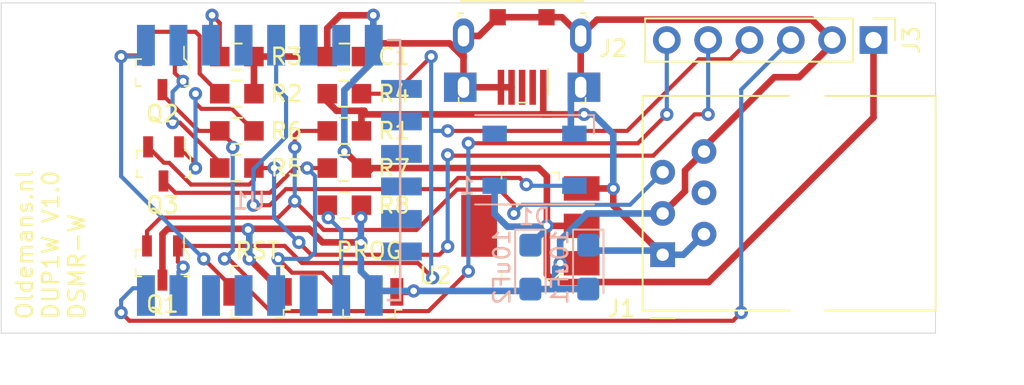
<source format=kicad_pcb>
(kicad_pcb (version 20171130) (host pcbnew "(5.1.9-0-10_14)")

  (general
    (thickness 1.6)
    (drawings 9)
    (tracks 295)
    (zones 0)
    (modules 22)
    (nets 33)
  )

  (page A4)
  (layers
    (0 F.Cu signal)
    (31 B.Cu signal)
    (32 B.Adhes user hide)
    (33 F.Adhes user hide)
    (34 B.Paste user hide)
    (35 F.Paste user hide)
    (36 B.SilkS user)
    (37 F.SilkS user)
    (38 B.Mask user hide)
    (39 F.Mask user hide)
    (40 Dwgs.User user hide)
    (41 Cmts.User user hide)
    (42 Eco1.User user hide)
    (43 Eco2.User user)
    (44 Edge.Cuts user)
    (45 Margin user hide)
    (46 B.CrtYd user hide)
    (47 F.CrtYd user hide)
    (48 B.Fab user hide)
    (49 F.Fab user hide)
  )

  (setup
    (last_trace_width 0.254)
    (trace_clearance 0.2032)
    (zone_clearance 0.508)
    (zone_45_only no)
    (trace_min 0.2032)
    (via_size 0.8128)
    (via_drill 0.4064)
    (via_min_size 0.4)
    (via_min_drill 0.3)
    (uvia_size 0.3048)
    (uvia_drill 0.1016)
    (uvias_allowed no)
    (uvia_min_size 0.2)
    (uvia_min_drill 0.1)
    (edge_width 0.05)
    (segment_width 0.2)
    (pcb_text_width 0.3)
    (pcb_text_size 1.5 1.5)
    (mod_edge_width 0.12)
    (mod_text_size 1 1)
    (mod_text_width 0.15)
    (pad_size 1.524 1.524)
    (pad_drill 0.762)
    (pad_to_mask_clearance 0)
    (aux_axis_origin 0 0)
    (visible_elements FFFFFF7F)
    (pcbplotparams
      (layerselection 0x010f0_ffffffff)
      (usegerberextensions false)
      (usegerberattributes true)
      (usegerberadvancedattributes true)
      (creategerberjobfile true)
      (excludeedgelayer true)
      (linewidth 0.100000)
      (plotframeref false)
      (viasonmask false)
      (mode 1)
      (useauxorigin false)
      (hpglpennumber 1)
      (hpglpenspeed 20)
      (hpglpendiameter 15.000000)
      (psnegative false)
      (psa4output false)
      (plotreference true)
      (plotvalue false)
      (plotinvisibletext false)
      (padsonsilk true)
      (subtractmaskfromsilk false)
      (outputformat 1)
      (mirror false)
      (drillshape 0)
      (scaleselection 1)
      (outputdirectory "gerber"))
  )

  (net 0 "")
  (net 1 GND)
  (net 2 +5V)
  (net 3 +3V3)
  (net 4 "Net-(J1-Pad4)")
  (net 5 DATA)
  (net 6 "Net-(J2-Pad3)")
  (net 7 "Net-(J2-Pad2)")
  (net 8 RTS)
  (net 9 DTR)
  (net 10 RX)
  (net 11 TX)
  (net 12 "Net-(Q2-Pad1)")
  (net 13 RST)
  (net 14 "Net-(Q3-Pad1)")
  (net 15 GPIO0)
  (net 16 "Net-(R3-Pad1)")
  (net 17 "Net-(R8-Pad2)")
  (net 18 "Net-(U1-Pad22)")
  (net 19 "Net-(U1-Pad21)")
  (net 20 "Net-(U1-Pad20)")
  (net 21 "Net-(U1-Pad19)")
  (net 22 "Net-(U1-Pad18)")
  (net 23 "Net-(U1-Pad17)")
  (net 24 "Net-(U1-Pad14)")
  (net 25 "Net-(U1-Pad13)")
  (net 26 "Net-(U1-Pad11)")
  (net 27 "Net-(U1-Pad7)")
  (net 28 "Net-(U1-Pad6)")
  (net 29 "Net-(U1-Pad4)")
  (net 30 "Net-(U1-Pad2)")
  (net 31 "Net-(D1-Pad2)")
  (net 32 LED_DIN)

  (net_class Default "This is the default net class."
    (clearance 0.2032)
    (trace_width 0.254)
    (via_dia 0.8128)
    (via_drill 0.4064)
    (uvia_dia 0.3048)
    (uvia_drill 0.1016)
    (diff_pair_width 0.2032)
    (diff_pair_gap 0.2032)
    (add_net DATA)
    (add_net DTR)
    (add_net GPIO0)
    (add_net LED_DIN)
    (add_net "Net-(D1-Pad2)")
    (add_net "Net-(J1-Pad4)")
    (add_net "Net-(J2-Pad2)")
    (add_net "Net-(J2-Pad3)")
    (add_net "Net-(Q2-Pad1)")
    (add_net "Net-(Q3-Pad1)")
    (add_net "Net-(R3-Pad1)")
    (add_net "Net-(R8-Pad2)")
    (add_net "Net-(U1-Pad11)")
    (add_net "Net-(U1-Pad13)")
    (add_net "Net-(U1-Pad14)")
    (add_net "Net-(U1-Pad17)")
    (add_net "Net-(U1-Pad18)")
    (add_net "Net-(U1-Pad19)")
    (add_net "Net-(U1-Pad2)")
    (add_net "Net-(U1-Pad20)")
    (add_net "Net-(U1-Pad21)")
    (add_net "Net-(U1-Pad22)")
    (add_net "Net-(U1-Pad4)")
    (add_net "Net-(U1-Pad6)")
    (add_net "Net-(U1-Pad7)")
    (add_net RST)
    (add_net RTS)
    (add_net RX)
    (add_net TX)
  )

  (net_class POWER ""
    (clearance 0.2032)
    (trace_width 0.4064)
    (via_dia 0.8128)
    (via_drill 0.4064)
    (uvia_dia 0.3048)
    (uvia_drill 0.1016)
    (diff_pair_width 0.2032)
    (diff_pair_gap 0.2032)
    (add_net +3V3)
    (add_net +5V)
    (add_net GND)
  )

  (module digikey-footprints:Switch_Tactile_SMD_B3U-1000P (layer F.Cu) (tedit 5D28A6EF) (tstamp 603D752C)
    (at 22.606 -2.54 180)
    (path /6040F04B)
    (attr smd)
    (fp_text reference PROG1 (at 0 2.54) (layer F.SilkS) hide
      (effects (font (size 1 1) (thickness 0.15)))
    )
    (fp_text value B3U-1000P (at 0 2.63) (layer F.Fab)
      (effects (font (size 1 1) (thickness 0.15)))
    )
    (fp_text user %R (at 0 0) (layer F.Fab)
      (effects (font (size 0.5 0.5) (thickness 0.05)))
    )
    (fp_line (start -2.35 -1.75) (end 2.35 -1.75) (layer F.CrtYd) (width 0.05))
    (fp_line (start 2.35 1.75) (end 2.35 -1.75) (layer F.CrtYd) (width 0.05))
    (fp_line (start -2.35 1.75) (end 2.35 1.75) (layer F.CrtYd) (width 0.05))
    (fp_line (start -2.35 1.75) (end -2.35 -1.75) (layer F.CrtYd) (width 0.05))
    (fp_line (start -1.6 1.6) (end -1.6 1.1) (layer F.SilkS) (width 0.1))
    (fp_line (start -1.6 1.6) (end -1.1 1.6) (layer F.SilkS) (width 0.1))
    (fp_line (start 1.6 1.6) (end 1.2 1.6) (layer F.SilkS) (width 0.1))
    (fp_line (start 1.6 1.6) (end 1.6 1.1) (layer F.SilkS) (width 0.1))
    (fp_line (start 1.6 -1.6) (end 1.6 -1.1) (layer F.SilkS) (width 0.1))
    (fp_line (start 1.6 -1.6) (end 1.1 -1.6) (layer F.SilkS) (width 0.1))
    (fp_line (start -1.6 -1.6) (end -1.6 -1.1) (layer F.SilkS) (width 0.1))
    (fp_line (start -1.6 -1.1) (end -2 -1.1) (layer F.SilkS) (width 0.1))
    (fp_line (start -1.6 -1.6) (end -1.1 -1.6) (layer F.SilkS) (width 0.1))
    (fp_line (start 1.5 -1.49) (end 1.5 1.49) (layer F.Fab) (width 0.1))
    (fp_line (start -1.5 1.49) (end 1.5 1.49) (layer F.Fab) (width 0.1))
    (fp_line (start -1.5 -1.49) (end -1.5 1.49) (layer F.Fab) (width 0.1))
    (fp_line (start -1.5 -1.49) (end 1.5 -1.49) (layer F.Fab) (width 0.1))
    (pad 2 smd rect (at 1.7 0 180) (size 0.8 1.7) (layers F.Cu F.Paste F.Mask)
      (net 15 GPIO0))
    (pad 1 smd rect (at -1.7 0 180) (size 0.8 1.7) (layers F.Cu F.Paste F.Mask)
      (net 1 GND))
  )

  (module digikey-footprints:Switch_Tactile_SMD_B3U-1000P (layer F.Cu) (tedit 5D28A6EF) (tstamp 603D7514)
    (at 15.748 -2.54 180)
    (path /6040E119)
    (attr smd)
    (fp_text reference RST1 (at 0 2.54) (layer F.SilkS) hide
      (effects (font (size 1 1) (thickness 0.15)))
    )
    (fp_text value B3U-1000P (at 0 2.63) (layer F.Fab)
      (effects (font (size 1 1) (thickness 0.15)))
    )
    (fp_text user %R (at 0 0) (layer F.Fab)
      (effects (font (size 0.5 0.5) (thickness 0.05)))
    )
    (fp_line (start -2.35 -1.75) (end 2.35 -1.75) (layer F.CrtYd) (width 0.05))
    (fp_line (start 2.35 1.75) (end 2.35 -1.75) (layer F.CrtYd) (width 0.05))
    (fp_line (start -2.35 1.75) (end 2.35 1.75) (layer F.CrtYd) (width 0.05))
    (fp_line (start -2.35 1.75) (end -2.35 -1.75) (layer F.CrtYd) (width 0.05))
    (fp_line (start -1.6 1.6) (end -1.6 1.1) (layer F.SilkS) (width 0.1))
    (fp_line (start -1.6 1.6) (end -1.1 1.6) (layer F.SilkS) (width 0.1))
    (fp_line (start 1.6 1.6) (end 1.2 1.6) (layer F.SilkS) (width 0.1))
    (fp_line (start 1.6 1.6) (end 1.6 1.1) (layer F.SilkS) (width 0.1))
    (fp_line (start 1.6 -1.6) (end 1.6 -1.1) (layer F.SilkS) (width 0.1))
    (fp_line (start 1.6 -1.6) (end 1.1 -1.6) (layer F.SilkS) (width 0.1))
    (fp_line (start -1.6 -1.6) (end -1.6 -1.1) (layer F.SilkS) (width 0.1))
    (fp_line (start -1.6 -1.1) (end -2 -1.1) (layer F.SilkS) (width 0.1))
    (fp_line (start -1.6 -1.6) (end -1.1 -1.6) (layer F.SilkS) (width 0.1))
    (fp_line (start 1.5 -1.49) (end 1.5 1.49) (layer F.Fab) (width 0.1))
    (fp_line (start -1.5 1.49) (end 1.5 1.49) (layer F.Fab) (width 0.1))
    (fp_line (start -1.5 -1.49) (end -1.5 1.49) (layer F.Fab) (width 0.1))
    (fp_line (start -1.5 -1.49) (end 1.5 -1.49) (layer F.Fab) (width 0.1))
    (pad 2 smd rect (at 1.7 0 180) (size 0.8 1.7) (layers F.Cu F.Paste F.Mask)
      (net 13 RST))
    (pad 1 smd rect (at -1.7 0 180) (size 0.8 1.7) (layers F.Cu F.Paste F.Mask)
      (net 1 GND))
  )

  (module LED_SMD:LED_WS2812B_PLCC4_5.0x5.0mm_P3.2mm (layer B.Cu) (tedit 5AA4B285) (tstamp 603D4B54)
    (at 32.766 -10.668)
    (descr https://cdn-shop.adafruit.com/datasheets/WS2812B.pdf)
    (tags "LED RGB NeoPixel")
    (path /603D6518)
    (attr smd)
    (fp_text reference D1 (at 0 3.5 180) (layer B.SilkS)
      (effects (font (size 1 1) (thickness 0.15)) (justify mirror))
    )
    (fp_text value WS2812B (at 0 -4 180) (layer B.Fab)
      (effects (font (size 1 1) (thickness 0.15)) (justify mirror))
    )
    (fp_text user %R (at 0 0 180) (layer B.Fab)
      (effects (font (size 0.8 0.8) (thickness 0.15)) (justify mirror))
    )
    (fp_text user 1 (at -4.15 1.6 180) (layer B.SilkS)
      (effects (font (size 1 1) (thickness 0.15)) (justify mirror))
    )
    (fp_line (start 3.45 2.75) (end -3.45 2.75) (layer B.CrtYd) (width 0.05))
    (fp_line (start 3.45 -2.75) (end 3.45 2.75) (layer B.CrtYd) (width 0.05))
    (fp_line (start -3.45 -2.75) (end 3.45 -2.75) (layer B.CrtYd) (width 0.05))
    (fp_line (start -3.45 2.75) (end -3.45 -2.75) (layer B.CrtYd) (width 0.05))
    (fp_line (start 2.5 -1.5) (end 1.5 -2.5) (layer B.Fab) (width 0.1))
    (fp_line (start -2.5 2.5) (end -2.5 -2.5) (layer B.Fab) (width 0.1))
    (fp_line (start -2.5 -2.5) (end 2.5 -2.5) (layer B.Fab) (width 0.1))
    (fp_line (start 2.5 -2.5) (end 2.5 2.5) (layer B.Fab) (width 0.1))
    (fp_line (start 2.5 2.5) (end -2.5 2.5) (layer B.Fab) (width 0.1))
    (fp_line (start -3.65 2.75) (end 3.65 2.75) (layer B.SilkS) (width 0.12))
    (fp_line (start -3.65 -2.75) (end 3.65 -2.75) (layer B.SilkS) (width 0.12))
    (fp_line (start 3.65 -2.75) (end 3.65 -1.6) (layer B.SilkS) (width 0.12))
    (fp_circle (center 0 0) (end 0 2) (layer B.Fab) (width 0.1))
    (pad 1 smd rect (at -2.45 1.6) (size 1.5 1) (layers B.Cu B.Paste B.Mask)
      (net 3 +3V3))
    (pad 2 smd rect (at -2.45 -1.6) (size 1.5 1) (layers B.Cu B.Paste B.Mask)
      (net 31 "Net-(D1-Pad2)"))
    (pad 4 smd rect (at 2.45 1.6) (size 1.5 1) (layers B.Cu B.Paste B.Mask)
      (net 32 LED_DIN))
    (pad 3 smd rect (at 2.45 -1.6) (size 1.5 1) (layers B.Cu B.Paste B.Mask)
      (net 1 GND))
    (model ${KISYS3DMOD}/LED_SMD.3dshapes/LED_WS2812B_PLCC4_5.0x5.0mm_P3.2mm.wrl
      (at (xyz 0 0 0))
      (scale (xyz 1 1 1))
      (rotate (xyz 0 0 0))
    )
  )

  (module digikey-footprints:SOT-23-3 (layer F.Cu) (tedit 60396C32) (tstamp 6039909F)
    (at 9.906 -4.318 270)
    (path /603A0EE4)
    (attr smd)
    (fp_text reference Q1 (at 2.54 0) (layer F.SilkS)
      (effects (font (size 1 1) (thickness 0.15)))
    )
    (fp_text value BS170 (at 0.025 3.25 90) (layer F.Fab)
      (effects (font (size 1 1) (thickness 0.15)))
    )
    (fp_text user %R (at -0.125 0.15 90) (layer F.Fab)
      (effects (font (size 0.25 0.25) (thickness 0.05)))
    )
    (fp_line (start 0.7 1.52) (end 0.7 -1.52) (layer F.Fab) (width 0.1))
    (fp_line (start -0.7 1.52) (end 0.7 1.52) (layer F.Fab) (width 0.1))
    (fp_line (start 0.825 -1.65) (end 0.825 -1.35) (layer F.SilkS) (width 0.1))
    (fp_line (start 0.45 -1.65) (end 0.825 -1.65) (layer F.SilkS) (width 0.1))
    (fp_line (start 0.825 1.65) (end 0.375 1.65) (layer F.SilkS) (width 0.1))
    (fp_line (start 0.825 1.35) (end 0.825 1.65) (layer F.SilkS) (width 0.1))
    (fp_line (start 0.825 1.425) (end 0.825 1.3) (layer F.SilkS) (width 0.1))
    (fp_line (start -0.825 1.65) (end -0.825 1.3) (layer F.SilkS) (width 0.1))
    (fp_line (start -0.35 1.65) (end -0.825 1.65) (layer F.SilkS) (width 0.1))
    (fp_line (start -0.425 -1.525) (end -0.7 -1.325) (layer F.Fab) (width 0.1))
    (fp_line (start -0.425 -1.525) (end 0.7 -1.525) (layer F.Fab) (width 0.1))
    (fp_line (start -0.7 -1.325) (end -0.7 1.525) (layer F.Fab) (width 0.1))
    (fp_line (start -0.825 -1.325) (end -1.6 -1.325) (layer F.SilkS) (width 0.1))
    (fp_line (start -0.825 -1.375) (end -0.825 -1.325) (layer F.SilkS) (width 0.1))
    (fp_line (start -0.45 -1.65) (end -0.825 -1.375) (layer F.SilkS) (width 0.1))
    (fp_line (start -0.175 -1.65) (end -0.45 -1.65) (layer F.SilkS) (width 0.1))
    (fp_line (start 1.825 -1.95) (end 1.825 1.95) (layer F.CrtYd) (width 0.05))
    (fp_line (start 1.825 1.95) (end -1.825 1.95) (layer F.CrtYd) (width 0.05))
    (fp_line (start -1.825 -1.95) (end -1.825 1.95) (layer F.CrtYd) (width 0.05))
    (fp_line (start -1.825 -1.95) (end 1.825 -1.95) (layer F.CrtYd) (width 0.05))
    (pad 1 smd rect (at -1.05 -0.95 270) (size 1.3 0.6) (layers F.Cu F.Paste F.Mask)
      (net 10 RX) (solder_mask_margin 0.07))
    (pad 2 smd rect (at -1.05 0.95 270) (size 1.3 0.6) (layers F.Cu F.Paste F.Mask)
      (net 5 DATA) (solder_mask_margin 0.07))
    (pad 3 smd rect (at 1.05 0 270) (size 1.3 0.6) (layers F.Cu F.Paste F.Mask)
      (net 1 GND) (solder_mask_margin 0.07))
    (model ${KISYS3DMOD}/Package_TO_SOT_SMD.3dshapes/SOT-23.wrl
      (at (xyz 0 0 0))
      (scale (xyz 1 1 1))
      (rotate (xyz 0 0 0))
    )
  )

  (module digikey-footprints:SOT-223 (layer F.Cu) (tedit 60396C60) (tstamp 6039998E)
    (at 32.512 -6.604 90)
    (path /6039D754)
    (attr smd)
    (fp_text reference U2 (at -3.048 -5.842) (layer F.SilkS)
      (effects (font (size 1 1) (thickness 0.15)))
    )
    (fp_text value AMS1117-3.3 (at 0.15 5.65 90) (layer F.Fab)
      (effects (font (size 1 1) (thickness 0.15)))
    )
    (fp_text user %R (at -0.05 0.025 90) (layer F.Fab)
      (effects (font (size 1 1) (thickness 0.15)))
    )
    (fp_line (start 3.15 -1.65) (end 3.15 1.65) (layer F.Fab) (width 0.1))
    (fp_line (start -3.15 -1.65) (end 3.15 -1.65) (layer F.Fab) (width 0.1))
    (fp_line (start 3.275 -1.775) (end 3.275 -1.475) (layer F.SilkS) (width 0.1))
    (fp_line (start 2.9 -1.775) (end 3.275 -1.775) (layer F.SilkS) (width 0.1))
    (fp_line (start -3.275 -1.775) (end -3.275 -1.375) (layer F.SilkS) (width 0.1))
    (fp_line (start -2.775 -1.775) (end -3.275 -1.775) (layer F.SilkS) (width 0.1))
    (fp_line (start 3.275 1.775) (end 2.825 1.775) (layer F.SilkS) (width 0.1))
    (fp_line (start 3.275 1.3) (end 3.275 1.775) (layer F.SilkS) (width 0.1))
    (fp_line (start -3.15 1.35) (end -2.875 1.65) (layer F.Fab) (width 0.1))
    (fp_line (start 3.15 1.65) (end -2.875 1.65) (layer F.Fab) (width 0.1))
    (fp_line (start -3.15 1.35) (end -3.15 -1.65) (layer F.Fab) (width 0.1))
    (fp_line (start 3.45 -4.45) (end 3.45 4.45) (layer F.CrtYd) (width 0.05))
    (fp_line (start 3.45 -4.45) (end -3.45 -4.45) (layer F.CrtYd) (width 0.05))
    (fp_line (start -3.45 -4.45) (end -3.45 4.45) (layer F.CrtYd) (width 0.05))
    (fp_line (start -3.45 4.45) (end 3.45 4.45) (layer F.CrtYd) (width 0.05))
    (fp_line (start -2.975 1.775) (end -2.975 1.97) (layer F.SilkS) (width 0.1))
    (fp_line (start -3.275 1.45) (end -2.975 1.775) (layer F.SilkS) (width 0.1))
    (fp_line (start -3.275 0.975) (end -3.275 1.45) (layer F.SilkS) (width 0.1))
    (pad 4 smd rect (at 0 -3.15 90) (size 3.8 2.2) (layers F.Cu F.Paste F.Mask))
    (pad 1 smd rect (at -2.3 3.15 90) (size 1.5 2.2) (layers F.Cu F.Paste F.Mask)
      (net 1 GND))
    (pad 2 smd rect (at 0 3.15 90) (size 1.5 2.2) (layers F.Cu F.Paste F.Mask)
      (net 3 +3V3))
    (pad 3 smd rect (at 2.3 3.15 90) (size 1.5 2.2) (layers F.Cu F.Paste F.Mask)
      (net 2 +5V))
    (model ${KISYS3DMOD}/Package_TO_SOT_SMD.3dshapes/SOT-223.step
      (at (xyz 0 0 0))
      (scale (xyz 1 1 1))
      (rotate (xyz 0 0 -90))
    )
  )

  (module ESP8266:ESP-12E_SMD (layer B.Cu) (tedit 603D409C) (tstamp 60399185)
    (at 8.89 -17.018 270)
    (descr "Module, ESP-8266, ESP-12, 16 pad, SMD")
    (tags "Module ESP-8266 ESP8266")
    (path /6039C456)
    (fp_text reference U1 (at 8.89 -6.35) (layer B.SilkS)
      (effects (font (size 1 1) (thickness 0.15)) (justify mirror))
    )
    (fp_text value ESP-12E (at 5.08 -6.35) (layer B.Fab) hide
      (effects (font (size 1 1) (thickness 0.15)) (justify mirror))
    )
    (fp_text user "No Copper" (at 6.892 5.4 270) (layer B.CrtYd)
      (effects (font (size 1 1) (thickness 0.15)) (justify mirror))
    )
    (fp_line (start -2.25 0.5) (end -2.25 8.75) (layer B.CrtYd) (width 0.05))
    (fp_line (start -2.25 8.75) (end 15.25 8.75) (layer B.CrtYd) (width 0.05))
    (fp_line (start 15.25 8.75) (end 16.25 8.75) (layer B.CrtYd) (width 0.05))
    (fp_line (start 16.25 8.75) (end 16.25 -16) (layer B.CrtYd) (width 0.05))
    (fp_line (start 16.25 -16) (end -2.25 -16) (layer B.CrtYd) (width 0.05))
    (fp_line (start -2.25 -16) (end -2.25 0.5) (layer B.CrtYd) (width 0.05))
    (fp_line (start -1 8.382) (end 14.986 8.382) (layer Dwgs.User) (width 0.1524))
    (fp_line (start 14.986 8.382) (end 14.992 2.6) (layer Dwgs.User) (width 0.1524))
    (fp_line (start -1 8.382) (end -1.008 2.6) (layer Dwgs.User) (width 0.1524))
    (fp_line (start -1.016 -14.859) (end -1.016 -15.621) (layer B.SilkS) (width 0.1524))
    (fp_line (start -1.016 -15.621) (end 14.986 -15.621) (layer B.SilkS) (width 0.1524))
    (fp_line (start 14.986 -15.621) (end 14.986 -14.859) (layer B.SilkS) (width 0.1524))
    (fp_line (start 14.986 8.382) (end -1.008 2.6) (layer Dwgs.User) (width 0.1524))
    (fp_line (start -1 8.382) (end 14.992 2.6) (layer Dwgs.User) (width 0.1524))
    (fp_line (start -1.008 2.6) (end 14.992 2.6) (layer Dwgs.User) (width 0.1524))
    (fp_line (start 15 8.4) (end 15 -15.6) (layer B.Fab) (width 0.05))
    (fp_line (start 14.992 -15.6) (end -1.008 -15.6) (layer B.Fab) (width 0.05))
    (fp_line (start -1.008 -15.6) (end -1.008 8.4) (layer B.Fab) (width 0.05))
    (fp_line (start -1.008 8.4) (end 14.992 8.4) (layer B.Fab) (width 0.05))
    (pad 1 smd rect (at 0 0 270) (size 2.5 1.1) (drill (offset -0.7 0)) (layers B.Cu B.Paste B.Mask)
      (net 13 RST))
    (pad 2 smd rect (at 0 -2 270) (size 2.5 1.1) (drill (offset -0.7 0)) (layers B.Cu B.Paste B.Mask)
      (net 30 "Net-(U1-Pad2)"))
    (pad 3 smd rect (at 0 -4 270) (size 2.5 1.1) (drill (offset -0.7 0)) (layers B.Cu B.Paste B.Mask)
      (net 16 "Net-(R3-Pad1)"))
    (pad 4 smd rect (at 0 -6 270) (size 2.5 1.1) (drill (offset -0.7 0)) (layers B.Cu B.Paste B.Mask)
      (net 29 "Net-(U1-Pad4)"))
    (pad 5 smd rect (at 0 -8 270) (size 2.5 1.1) (drill (offset -0.7 0)) (layers B.Cu B.Paste B.Mask)
      (net 32 LED_DIN))
    (pad 6 smd rect (at 0 -10 270) (size 2.5 1.1) (drill (offset -0.7 0)) (layers B.Cu B.Paste B.Mask)
      (net 28 "Net-(U1-Pad6)"))
    (pad 7 smd rect (at 0 -12 270) (size 2.5 1.1) (drill (offset -0.7 0)) (layers B.Cu B.Paste B.Mask)
      (net 27 "Net-(U1-Pad7)"))
    (pad 8 smd rect (at 0 -14 270) (size 2.5 1.1) (drill (offset -0.7 0)) (layers B.Cu B.Paste B.Mask)
      (net 3 +3V3))
    (pad 9 smd rect (at 14 -14 270) (size 2.5 1.1) (drill (offset 0.7 0)) (layers B.Cu B.Paste B.Mask)
      (net 1 GND))
    (pad 10 smd rect (at 14 -12 270) (size 2.5 1.1) (drill (offset 0.7 0)) (layers B.Cu B.Paste B.Mask)
      (net 17 "Net-(R8-Pad2)"))
    (pad 11 smd rect (at 14 -10 270) (size 2.5 1.1) (drill (offset 0.7 0)) (layers B.Cu B.Paste B.Mask)
      (net 26 "Net-(U1-Pad11)"))
    (pad 12 smd rect (at 14 -8 270) (size 2.5 1.1) (drill (offset 0.7 0)) (layers B.Cu B.Paste B.Mask)
      (net 15 GPIO0))
    (pad 13 smd rect (at 14 -6 270) (size 2.5 1.1) (drill (offset 0.7 0)) (layers B.Cu B.Paste B.Mask)
      (net 25 "Net-(U1-Pad13)"))
    (pad 14 smd rect (at 14 -4 270) (size 2.5 1.1) (drill (offset 0.7 0)) (layers B.Cu B.Paste B.Mask)
      (net 24 "Net-(U1-Pad14)"))
    (pad 15 smd rect (at 14 -2 270) (size 2.5 1.1) (drill (offset 0.7 0)) (layers B.Cu B.Paste B.Mask)
      (net 10 RX))
    (pad 16 smd rect (at 14 0 270) (size 2.5 1.1) (drill (offset 0.7 0)) (layers B.Cu B.Paste B.Mask)
      (net 11 TX))
    (pad 17 smd rect (at 1.99 -15 180) (size 2.5 1.1) (drill (offset -0.7 0)) (layers B.Cu B.Paste B.Mask)
      (net 23 "Net-(U1-Pad17)"))
    (pad 18 smd rect (at 3.99 -15 180) (size 2.5 1.1) (drill (offset -0.7 0)) (layers B.Cu B.Paste B.Mask)
      (net 22 "Net-(U1-Pad18)"))
    (pad 19 smd rect (at 5.99 -15 180) (size 2.5 1.1) (drill (offset -0.7 0)) (layers B.Cu B.Paste B.Mask)
      (net 21 "Net-(U1-Pad19)"))
    (pad 20 smd rect (at 7.99 -15 180) (size 2.5 1.1) (drill (offset -0.7 0)) (layers B.Cu B.Paste B.Mask)
      (net 20 "Net-(U1-Pad20)"))
    (pad 21 smd rect (at 9.99 -15 180) (size 2.5 1.1) (drill (offset -0.7 0)) (layers B.Cu B.Paste B.Mask)
      (net 19 "Net-(U1-Pad21)"))
    (pad 22 smd rect (at 11.99 -15 180) (size 2.5 1.1) (drill (offset -0.7 0)) (layers B.Cu B.Paste B.Mask)
      (net 18 "Net-(U1-Pad22)"))
    (model ${ESPLIB}/ESP8266.3dshapes/ESP-12.wrl
      (at (xyz 0 0 0))
      (scale (xyz 0.3937 0.3937 0.3937))
      (rotate (xyz 0 0 0))
    )
  )

  (module digikey-footprints:0805 (layer F.Cu) (tedit 60396B7D) (tstamp 60399157)
    (at 21.082 -7.874 180)
    (path /603AE4CA)
    (attr smd)
    (fp_text reference R8 (at -3.048 0) (layer F.SilkS)
      (effects (font (size 1 1) (thickness 0.15)))
    )
    (fp_text value 10K (at 0 1.95) (layer F.Fab)
      (effects (font (size 1 1) (thickness 0.15)))
    )
    (fp_line (start -1.9 0.93) (end 1.9 0.93) (layer F.CrtYd) (width 0.05))
    (fp_line (start -1.9 -0.93) (end 1.9 -0.93) (layer F.CrtYd) (width 0.05))
    (fp_line (start 1.9 0.93) (end 1.9 -0.93) (layer F.CrtYd) (width 0.05))
    (fp_line (start -1.9 0.93) (end -1.9 -0.93) (layer F.CrtYd) (width 0.05))
    (fp_line (start -0.32 0.8) (end 0.28 0.8) (layer F.SilkS) (width 0.12))
    (fp_line (start -0.3 -0.8) (end 0.3 -0.8) (layer F.SilkS) (width 0.12))
    (fp_line (start -0.95 0.68) (end 0.95 0.68) (layer F.Fab) (width 0.12))
    (fp_line (start -0.95 -0.68) (end 0.95 -0.68) (layer F.Fab) (width 0.12))
    (fp_line (start 0.95 -0.675) (end 0.95 0.675) (layer F.Fab) (width 0.12))
    (fp_line (start -0.95 -0.675) (end -0.95 0.675) (layer F.Fab) (width 0.12))
    (pad 1 smd rect (at -1.05 0 180) (size 1.2 1.2) (layers F.Cu F.Paste F.Mask)
      (net 1 GND))
    (pad 2 smd rect (at 1.05 0 180) (size 1.2 1.2) (layers F.Cu F.Paste F.Mask)
      (net 17 "Net-(R8-Pad2)"))
    (model ${KISYS3DMOD}/Resistor_SMD.3dshapes/R_0805_2012Metric.step
      (at (xyz 0 0 0))
      (scale (xyz 1 1 1))
      (rotate (xyz 0 0 0))
    )
  )

  (module digikey-footprints:0805 (layer F.Cu) (tedit 60396B7D) (tstamp 60399147)
    (at 21.082 -10.16)
    (path /603FD3F8)
    (attr smd)
    (fp_text reference R7 (at 3.048 0) (layer F.SilkS)
      (effects (font (size 1 1) (thickness 0.15)))
    )
    (fp_text value 10K (at 0 1.95) (layer F.Fab)
      (effects (font (size 1 1) (thickness 0.15)))
    )
    (fp_line (start -1.9 0.93) (end 1.9 0.93) (layer F.CrtYd) (width 0.05))
    (fp_line (start -1.9 -0.93) (end 1.9 -0.93) (layer F.CrtYd) (width 0.05))
    (fp_line (start 1.9 0.93) (end 1.9 -0.93) (layer F.CrtYd) (width 0.05))
    (fp_line (start -1.9 0.93) (end -1.9 -0.93) (layer F.CrtYd) (width 0.05))
    (fp_line (start -0.32 0.8) (end 0.28 0.8) (layer F.SilkS) (width 0.12))
    (fp_line (start -0.3 -0.8) (end 0.3 -0.8) (layer F.SilkS) (width 0.12))
    (fp_line (start -0.95 0.68) (end 0.95 0.68) (layer F.Fab) (width 0.12))
    (fp_line (start -0.95 -0.68) (end 0.95 -0.68) (layer F.Fab) (width 0.12))
    (fp_line (start 0.95 -0.675) (end 0.95 0.675) (layer F.Fab) (width 0.12))
    (fp_line (start -0.95 -0.675) (end -0.95 0.675) (layer F.Fab) (width 0.12))
    (pad 1 smd rect (at -1.05 0) (size 1.2 1.2) (layers F.Cu F.Paste F.Mask)
      (net 15 GPIO0))
    (pad 2 smd rect (at 1.05 0) (size 1.2 1.2) (layers F.Cu F.Paste F.Mask)
      (net 3 +3V3))
    (model ${KISYS3DMOD}/Resistor_SMD.3dshapes/R_0805_2012Metric.step
      (at (xyz 0 0 0))
      (scale (xyz 1 1 1))
      (rotate (xyz 0 0 0))
    )
  )

  (module digikey-footprints:0805 (layer F.Cu) (tedit 60396B7D) (tstamp 60399137)
    (at 14.478 -12.446 180)
    (path /603F2C98)
    (attr smd)
    (fp_text reference R6 (at -3.048 0) (layer F.SilkS)
      (effects (font (size 1 1) (thickness 0.15)))
    )
    (fp_text value 10K (at 0 1.95) (layer F.Fab)
      (effects (font (size 1 1) (thickness 0.15)))
    )
    (fp_line (start -1.9 0.93) (end 1.9 0.93) (layer F.CrtYd) (width 0.05))
    (fp_line (start -1.9 -0.93) (end 1.9 -0.93) (layer F.CrtYd) (width 0.05))
    (fp_line (start 1.9 0.93) (end 1.9 -0.93) (layer F.CrtYd) (width 0.05))
    (fp_line (start -1.9 0.93) (end -1.9 -0.93) (layer F.CrtYd) (width 0.05))
    (fp_line (start -0.32 0.8) (end 0.28 0.8) (layer F.SilkS) (width 0.12))
    (fp_line (start -0.3 -0.8) (end 0.3 -0.8) (layer F.SilkS) (width 0.12))
    (fp_line (start -0.95 0.68) (end 0.95 0.68) (layer F.Fab) (width 0.12))
    (fp_line (start -0.95 -0.68) (end 0.95 -0.68) (layer F.Fab) (width 0.12))
    (fp_line (start 0.95 -0.675) (end 0.95 0.675) (layer F.Fab) (width 0.12))
    (fp_line (start -0.95 -0.675) (end -0.95 0.675) (layer F.Fab) (width 0.12))
    (pad 1 smd rect (at -1.05 0 180) (size 1.2 1.2) (layers F.Cu F.Paste F.Mask)
      (net 14 "Net-(Q3-Pad1)"))
    (pad 2 smd rect (at 1.05 0 180) (size 1.2 1.2) (layers F.Cu F.Paste F.Mask)
      (net 8 RTS))
    (model ${KISYS3DMOD}/Resistor_SMD.3dshapes/R_0805_2012Metric.step
      (at (xyz 0 0 0))
      (scale (xyz 1 1 1))
      (rotate (xyz 0 0 0))
    )
  )

  (module digikey-footprints:0805 (layer F.Cu) (tedit 60396B7D) (tstamp 60399127)
    (at 14.478 -10.16)
    (path /603F370B)
    (attr smd)
    (fp_text reference R5 (at 3.048 0) (layer F.SilkS)
      (effects (font (size 1 1) (thickness 0.15)))
    )
    (fp_text value 10K (at 0 1.95) (layer F.Fab)
      (effects (font (size 1 1) (thickness 0.15)))
    )
    (fp_line (start -1.9 0.93) (end 1.9 0.93) (layer F.CrtYd) (width 0.05))
    (fp_line (start -1.9 -0.93) (end 1.9 -0.93) (layer F.CrtYd) (width 0.05))
    (fp_line (start 1.9 0.93) (end 1.9 -0.93) (layer F.CrtYd) (width 0.05))
    (fp_line (start -1.9 0.93) (end -1.9 -0.93) (layer F.CrtYd) (width 0.05))
    (fp_line (start -0.32 0.8) (end 0.28 0.8) (layer F.SilkS) (width 0.12))
    (fp_line (start -0.3 -0.8) (end 0.3 -0.8) (layer F.SilkS) (width 0.12))
    (fp_line (start -0.95 0.68) (end 0.95 0.68) (layer F.Fab) (width 0.12))
    (fp_line (start -0.95 -0.68) (end 0.95 -0.68) (layer F.Fab) (width 0.12))
    (fp_line (start 0.95 -0.675) (end 0.95 0.675) (layer F.Fab) (width 0.12))
    (fp_line (start -0.95 -0.675) (end -0.95 0.675) (layer F.Fab) (width 0.12))
    (pad 1 smd rect (at -1.05 0) (size 1.2 1.2) (layers F.Cu F.Paste F.Mask)
      (net 12 "Net-(Q2-Pad1)"))
    (pad 2 smd rect (at 1.05 0) (size 1.2 1.2) (layers F.Cu F.Paste F.Mask)
      (net 9 DTR))
    (model ${KISYS3DMOD}/Resistor_SMD.3dshapes/R_0805_2012Metric.step
      (at (xyz 0 0 0))
      (scale (xyz 1 1 1))
      (rotate (xyz 0 0 0))
    )
  )

  (module digikey-footprints:0805 (layer F.Cu) (tedit 60396B7D) (tstamp 60399117)
    (at 21.082 -14.732)
    (path /603B8B6D)
    (attr smd)
    (fp_text reference R4 (at 3.048 0) (layer F.SilkS)
      (effects (font (size 1 1) (thickness 0.15)))
    )
    (fp_text value 10K (at 0 1.95) (layer F.Fab)
      (effects (font (size 1 1) (thickness 0.15)))
    )
    (fp_line (start -1.9 0.93) (end 1.9 0.93) (layer F.CrtYd) (width 0.05))
    (fp_line (start -1.9 -0.93) (end 1.9 -0.93) (layer F.CrtYd) (width 0.05))
    (fp_line (start 1.9 0.93) (end 1.9 -0.93) (layer F.CrtYd) (width 0.05))
    (fp_line (start -1.9 0.93) (end -1.9 -0.93) (layer F.CrtYd) (width 0.05))
    (fp_line (start -0.32 0.8) (end 0.28 0.8) (layer F.SilkS) (width 0.12))
    (fp_line (start -0.3 -0.8) (end 0.3 -0.8) (layer F.SilkS) (width 0.12))
    (fp_line (start -0.95 0.68) (end 0.95 0.68) (layer F.Fab) (width 0.12))
    (fp_line (start -0.95 -0.68) (end 0.95 -0.68) (layer F.Fab) (width 0.12))
    (fp_line (start 0.95 -0.675) (end 0.95 0.675) (layer F.Fab) (width 0.12))
    (fp_line (start -0.95 -0.675) (end -0.95 0.675) (layer F.Fab) (width 0.12))
    (pad 1 smd rect (at -1.05 0) (size 1.2 1.2) (layers F.Cu F.Paste F.Mask)
      (net 2 +5V))
    (pad 2 smd rect (at 1.05 0) (size 1.2 1.2) (layers F.Cu F.Paste F.Mask)
      (net 10 RX))
    (model ${KISYS3DMOD}/Resistor_SMD.3dshapes/R_0805_2012Metric.step
      (at (xyz 0 0 0))
      (scale (xyz 1 1 1))
      (rotate (xyz 0 0 0))
    )
  )

  (module digikey-footprints:0805 (layer F.Cu) (tedit 60396B7D) (tstamp 60399107)
    (at 14.478 -17.018)
    (path /603ADA73)
    (attr smd)
    (fp_text reference R3 (at 3.048 0) (layer F.SilkS)
      (effects (font (size 1 1) (thickness 0.15)))
    )
    (fp_text value 10K (at 0 1.95) (layer F.Fab)
      (effects (font (size 1 1) (thickness 0.15)))
    )
    (fp_line (start -1.9 0.93) (end 1.9 0.93) (layer F.CrtYd) (width 0.05))
    (fp_line (start -1.9 -0.93) (end 1.9 -0.93) (layer F.CrtYd) (width 0.05))
    (fp_line (start 1.9 0.93) (end 1.9 -0.93) (layer F.CrtYd) (width 0.05))
    (fp_line (start -1.9 0.93) (end -1.9 -0.93) (layer F.CrtYd) (width 0.05))
    (fp_line (start -0.32 0.8) (end 0.28 0.8) (layer F.SilkS) (width 0.12))
    (fp_line (start -0.3 -0.8) (end 0.3 -0.8) (layer F.SilkS) (width 0.12))
    (fp_line (start -0.95 0.68) (end 0.95 0.68) (layer F.Fab) (width 0.12))
    (fp_line (start -0.95 -0.68) (end 0.95 -0.68) (layer F.Fab) (width 0.12))
    (fp_line (start 0.95 -0.675) (end 0.95 0.675) (layer F.Fab) (width 0.12))
    (fp_line (start -0.95 -0.675) (end -0.95 0.675) (layer F.Fab) (width 0.12))
    (pad 1 smd rect (at -1.05 0) (size 1.2 1.2) (layers F.Cu F.Paste F.Mask)
      (net 16 "Net-(R3-Pad1)"))
    (pad 2 smd rect (at 1.05 0) (size 1.2 1.2) (layers F.Cu F.Paste F.Mask)
      (net 3 +3V3))
    (model ${KISYS3DMOD}/Resistor_SMD.3dshapes/R_0805_2012Metric.step
      (at (xyz 0 0 0))
      (scale (xyz 1 1 1))
      (rotate (xyz 0 0 0))
    )
  )

  (module digikey-footprints:0805 (layer F.Cu) (tedit 60396B7D) (tstamp 603990F7)
    (at 14.478 -14.732)
    (path /603ACF16)
    (attr smd)
    (fp_text reference R2 (at 3.048 0) (layer F.SilkS)
      (effects (font (size 1 1) (thickness 0.15)))
    )
    (fp_text value 10K (at 0 1.95) (layer F.Fab)
      (effects (font (size 1 1) (thickness 0.15)))
    )
    (fp_line (start -1.9 0.93) (end 1.9 0.93) (layer F.CrtYd) (width 0.05))
    (fp_line (start -1.9 -0.93) (end 1.9 -0.93) (layer F.CrtYd) (width 0.05))
    (fp_line (start 1.9 0.93) (end 1.9 -0.93) (layer F.CrtYd) (width 0.05))
    (fp_line (start -1.9 0.93) (end -1.9 -0.93) (layer F.CrtYd) (width 0.05))
    (fp_line (start -0.32 0.8) (end 0.28 0.8) (layer F.SilkS) (width 0.12))
    (fp_line (start -0.3 -0.8) (end 0.3 -0.8) (layer F.SilkS) (width 0.12))
    (fp_line (start -0.95 0.68) (end 0.95 0.68) (layer F.Fab) (width 0.12))
    (fp_line (start -0.95 -0.68) (end 0.95 -0.68) (layer F.Fab) (width 0.12))
    (fp_line (start 0.95 -0.675) (end 0.95 0.675) (layer F.Fab) (width 0.12))
    (fp_line (start -0.95 -0.675) (end -0.95 0.675) (layer F.Fab) (width 0.12))
    (pad 1 smd rect (at -1.05 0) (size 1.2 1.2) (layers F.Cu F.Paste F.Mask)
      (net 13 RST))
    (pad 2 smd rect (at 1.05 0) (size 1.2 1.2) (layers F.Cu F.Paste F.Mask)
      (net 3 +3V3))
    (model ${KISYS3DMOD}/Resistor_SMD.3dshapes/R_0805_2012Metric.step
      (at (xyz 0 0 0))
      (scale (xyz 1 1 1))
      (rotate (xyz 0 0 0))
    )
  )

  (module digikey-footprints:0805 (layer F.Cu) (tedit 60396B7D) (tstamp 603990E7)
    (at 21.082 -12.446 180)
    (path /603B913D)
    (attr smd)
    (fp_text reference R1 (at -3.048 0) (layer F.SilkS)
      (effects (font (size 1 1) (thickness 0.15)))
    )
    (fp_text value 10K (at 0 1.95) (layer F.Fab)
      (effects (font (size 1 1) (thickness 0.15)))
    )
    (fp_line (start -1.9 0.93) (end 1.9 0.93) (layer F.CrtYd) (width 0.05))
    (fp_line (start -1.9 -0.93) (end 1.9 -0.93) (layer F.CrtYd) (width 0.05))
    (fp_line (start 1.9 0.93) (end 1.9 -0.93) (layer F.CrtYd) (width 0.05))
    (fp_line (start -1.9 0.93) (end -1.9 -0.93) (layer F.CrtYd) (width 0.05))
    (fp_line (start -0.32 0.8) (end 0.28 0.8) (layer F.SilkS) (width 0.12))
    (fp_line (start -0.3 -0.8) (end 0.3 -0.8) (layer F.SilkS) (width 0.12))
    (fp_line (start -0.95 0.68) (end 0.95 0.68) (layer F.Fab) (width 0.12))
    (fp_line (start -0.95 -0.68) (end 0.95 -0.68) (layer F.Fab) (width 0.12))
    (fp_line (start 0.95 -0.675) (end 0.95 0.675) (layer F.Fab) (width 0.12))
    (fp_line (start -0.95 -0.675) (end -0.95 0.675) (layer F.Fab) (width 0.12))
    (pad 1 smd rect (at -1.05 0 180) (size 1.2 1.2) (layers F.Cu F.Paste F.Mask)
      (net 2 +5V))
    (pad 2 smd rect (at 1.05 0 180) (size 1.2 1.2) (layers F.Cu F.Paste F.Mask)
      (net 5 DATA))
    (model ${KISYS3DMOD}/Resistor_SMD.3dshapes/R_0805_2012Metric.step
      (at (xyz 0 0 0))
      (scale (xyz 1 1 1))
      (rotate (xyz 0 0 0))
    )
  )

  (module digikey-footprints:SOT-23-3 (layer F.Cu) (tedit 60396C32) (tstamp 603990D7)
    (at 9.972 -10.414 270)
    (path /603E5D9F)
    (attr smd)
    (fp_text reference Q3 (at 2.54 0.066) (layer F.SilkS)
      (effects (font (size 1 1) (thickness 0.15)))
    )
    (fp_text value Q_NPN_BCE (at 0.025 3.25 90) (layer F.Fab)
      (effects (font (size 1 1) (thickness 0.15)))
    )
    (fp_text user %R (at -0.125 0.15 90) (layer F.Fab)
      (effects (font (size 0.25 0.25) (thickness 0.05)))
    )
    (fp_line (start 0.7 1.52) (end 0.7 -1.52) (layer F.Fab) (width 0.1))
    (fp_line (start -0.7 1.52) (end 0.7 1.52) (layer F.Fab) (width 0.1))
    (fp_line (start 0.825 -1.65) (end 0.825 -1.35) (layer F.SilkS) (width 0.1))
    (fp_line (start 0.45 -1.65) (end 0.825 -1.65) (layer F.SilkS) (width 0.1))
    (fp_line (start 0.825 1.65) (end 0.375 1.65) (layer F.SilkS) (width 0.1))
    (fp_line (start 0.825 1.35) (end 0.825 1.65) (layer F.SilkS) (width 0.1))
    (fp_line (start 0.825 1.425) (end 0.825 1.3) (layer F.SilkS) (width 0.1))
    (fp_line (start -0.825 1.65) (end -0.825 1.3) (layer F.SilkS) (width 0.1))
    (fp_line (start -0.35 1.65) (end -0.825 1.65) (layer F.SilkS) (width 0.1))
    (fp_line (start -0.425 -1.525) (end -0.7 -1.325) (layer F.Fab) (width 0.1))
    (fp_line (start -0.425 -1.525) (end 0.7 -1.525) (layer F.Fab) (width 0.1))
    (fp_line (start -0.7 -1.325) (end -0.7 1.525) (layer F.Fab) (width 0.1))
    (fp_line (start -0.825 -1.325) (end -1.6 -1.325) (layer F.SilkS) (width 0.1))
    (fp_line (start -0.825 -1.375) (end -0.825 -1.325) (layer F.SilkS) (width 0.1))
    (fp_line (start -0.45 -1.65) (end -0.825 -1.375) (layer F.SilkS) (width 0.1))
    (fp_line (start -0.175 -1.65) (end -0.45 -1.65) (layer F.SilkS) (width 0.1))
    (fp_line (start 1.825 -1.95) (end 1.825 1.95) (layer F.CrtYd) (width 0.05))
    (fp_line (start 1.825 1.95) (end -1.825 1.95) (layer F.CrtYd) (width 0.05))
    (fp_line (start -1.825 -1.95) (end -1.825 1.95) (layer F.CrtYd) (width 0.05))
    (fp_line (start -1.825 -1.95) (end 1.825 -1.95) (layer F.CrtYd) (width 0.05))
    (pad 1 smd rect (at -1.05 -0.95 270) (size 1.3 0.6) (layers F.Cu F.Paste F.Mask)
      (net 14 "Net-(Q3-Pad1)") (solder_mask_margin 0.07))
    (pad 2 smd rect (at -1.05 0.95 270) (size 1.3 0.6) (layers F.Cu F.Paste F.Mask)
      (net 9 DTR) (solder_mask_margin 0.07))
    (pad 3 smd rect (at 1.05 0 270) (size 1.3 0.6) (layers F.Cu F.Paste F.Mask)
      (net 15 GPIO0) (solder_mask_margin 0.07))
    (model ${KISYS3DMOD}/Package_TO_SOT_SMD.3dshapes/SOT-23.wrl
      (at (xyz 0 0 0))
      (scale (xyz 1 1 1))
      (rotate (xyz 0 0 0))
    )
  )

  (module digikey-footprints:SOT-23-3 (layer F.Cu) (tedit 60396C32) (tstamp 603990BB)
    (at 9.906 -16.036 270)
    (path /603E4B44)
    (attr smd)
    (fp_text reference Q2 (at 2.54 0 180) (layer F.SilkS)
      (effects (font (size 1 1) (thickness 0.15)))
    )
    (fp_text value Q_NPN_BCE (at 0.025 3.25 90) (layer F.Fab)
      (effects (font (size 1 1) (thickness 0.15)))
    )
    (fp_text user %R (at -0.125 0.15 90) (layer F.Fab)
      (effects (font (size 0.25 0.25) (thickness 0.05)))
    )
    (fp_line (start 0.7 1.52) (end 0.7 -1.52) (layer F.Fab) (width 0.1))
    (fp_line (start -0.7 1.52) (end 0.7 1.52) (layer F.Fab) (width 0.1))
    (fp_line (start 0.825 -1.65) (end 0.825 -1.35) (layer F.SilkS) (width 0.1))
    (fp_line (start 0.45 -1.65) (end 0.825 -1.65) (layer F.SilkS) (width 0.1))
    (fp_line (start 0.825 1.65) (end 0.375 1.65) (layer F.SilkS) (width 0.1))
    (fp_line (start 0.825 1.35) (end 0.825 1.65) (layer F.SilkS) (width 0.1))
    (fp_line (start 0.825 1.425) (end 0.825 1.3) (layer F.SilkS) (width 0.1))
    (fp_line (start -0.825 1.65) (end -0.825 1.3) (layer F.SilkS) (width 0.1))
    (fp_line (start -0.35 1.65) (end -0.825 1.65) (layer F.SilkS) (width 0.1))
    (fp_line (start -0.425 -1.525) (end -0.7 -1.325) (layer F.Fab) (width 0.1))
    (fp_line (start -0.425 -1.525) (end 0.7 -1.525) (layer F.Fab) (width 0.1))
    (fp_line (start -0.7 -1.325) (end -0.7 1.525) (layer F.Fab) (width 0.1))
    (fp_line (start -0.825 -1.325) (end -1.6 -1.325) (layer F.SilkS) (width 0.1))
    (fp_line (start -0.825 -1.375) (end -0.825 -1.325) (layer F.SilkS) (width 0.1))
    (fp_line (start -0.45 -1.65) (end -0.825 -1.375) (layer F.SilkS) (width 0.1))
    (fp_line (start -0.175 -1.65) (end -0.45 -1.65) (layer F.SilkS) (width 0.1))
    (fp_line (start 1.825 -1.95) (end 1.825 1.95) (layer F.CrtYd) (width 0.05))
    (fp_line (start 1.825 1.95) (end -1.825 1.95) (layer F.CrtYd) (width 0.05))
    (fp_line (start -1.825 -1.95) (end -1.825 1.95) (layer F.CrtYd) (width 0.05))
    (fp_line (start -1.825 -1.95) (end 1.825 -1.95) (layer F.CrtYd) (width 0.05))
    (pad 1 smd rect (at -1.05 -0.95 270) (size 1.3 0.6) (layers F.Cu F.Paste F.Mask)
      (net 12 "Net-(Q2-Pad1)") (solder_mask_margin 0.07))
    (pad 2 smd rect (at -1.05 0.95 270) (size 1.3 0.6) (layers F.Cu F.Paste F.Mask)
      (net 13 RST) (solder_mask_margin 0.07))
    (pad 3 smd rect (at 1.05 0 270) (size 1.3 0.6) (layers F.Cu F.Paste F.Mask)
      (net 8 RTS) (solder_mask_margin 0.07))
    (model ${KISYS3DMOD}/Package_TO_SOT_SMD.3dshapes/SOT-23.wrl
      (at (xyz 0 0 0))
      (scale (xyz 1 1 1))
      (rotate (xyz 0 0 0))
    )
  )

  (module Connector_PinHeader_2.54mm:PinHeader_1x06_P2.54mm_Vertical (layer F.Cu) (tedit 59FED5CC) (tstamp 6039908B)
    (at 53.594 -18.034 270)
    (descr "Through hole straight pin header, 1x06, 2.54mm pitch, single row")
    (tags "Through hole pin header THT 1x06 2.54mm single row")
    (path /603A9445)
    (fp_text reference J3 (at 0 -2.33 90) (layer F.SilkS)
      (effects (font (size 1 1) (thickness 0.15)))
    )
    (fp_text value Conn_01x06_MountingPin (at 0 15.03 90) (layer F.Fab)
      (effects (font (size 1 1) (thickness 0.15)))
    )
    (fp_text user %R (at 0 6.35) (layer F.Fab)
      (effects (font (size 1 1) (thickness 0.15)))
    )
    (fp_line (start -0.635 -1.27) (end 1.27 -1.27) (layer F.Fab) (width 0.1))
    (fp_line (start 1.27 -1.27) (end 1.27 13.97) (layer F.Fab) (width 0.1))
    (fp_line (start 1.27 13.97) (end -1.27 13.97) (layer F.Fab) (width 0.1))
    (fp_line (start -1.27 13.97) (end -1.27 -0.635) (layer F.Fab) (width 0.1))
    (fp_line (start -1.27 -0.635) (end -0.635 -1.27) (layer F.Fab) (width 0.1))
    (fp_line (start -1.33 14.03) (end 1.33 14.03) (layer F.SilkS) (width 0.12))
    (fp_line (start -1.33 1.27) (end -1.33 14.03) (layer F.SilkS) (width 0.12))
    (fp_line (start 1.33 1.27) (end 1.33 14.03) (layer F.SilkS) (width 0.12))
    (fp_line (start -1.33 1.27) (end 1.33 1.27) (layer F.SilkS) (width 0.12))
    (fp_line (start -1.33 0) (end -1.33 -1.33) (layer F.SilkS) (width 0.12))
    (fp_line (start -1.33 -1.33) (end 0 -1.33) (layer F.SilkS) (width 0.12))
    (fp_line (start -1.8 -1.8) (end -1.8 14.5) (layer F.CrtYd) (width 0.05))
    (fp_line (start -1.8 14.5) (end 1.8 14.5) (layer F.CrtYd) (width 0.05))
    (fp_line (start 1.8 14.5) (end 1.8 -1.8) (layer F.CrtYd) (width 0.05))
    (fp_line (start 1.8 -1.8) (end -1.8 -1.8) (layer F.CrtYd) (width 0.05))
    (pad 6 thru_hole oval (at 0 12.7 270) (size 1.7 1.7) (drill 1) (layers *.Cu *.Mask)
      (net 8 RTS))
    (pad 5 thru_hole oval (at 0 10.16 270) (size 1.7 1.7) (drill 1) (layers *.Cu *.Mask)
      (net 9 DTR))
    (pad 4 thru_hole oval (at 0 7.62 270) (size 1.7 1.7) (drill 1) (layers *.Cu *.Mask)
      (net 10 RX))
    (pad 3 thru_hole oval (at 0 5.08 270) (size 1.7 1.7) (drill 1) (layers *.Cu *.Mask)
      (net 11 TX))
    (pad 2 thru_hole oval (at 0 2.54 270) (size 1.7 1.7) (drill 1) (layers *.Cu *.Mask)
      (net 1 GND))
    (pad 1 thru_hole rect (at 0 0 270) (size 1.7 1.7) (drill 1) (layers *.Cu *.Mask)
      (net 3 +3V3))
    (model ${KISYS3DMOD}/Connector_PinHeader_2.54mm.3dshapes/PinHeader_1x06_P2.54mm_Vertical.wrl
      (at (xyz 0 0 0))
      (scale (xyz 1 1 1))
      (rotate (xyz 0 0 0))
    )
  )

  (module MySymbols:USB_Micro_B_Female (layer F.Cu) (tedit 603D41DE) (tstamp 60399071)
    (at 32.004 -18.288 180)
    (descr https://cdn.amphenol-icc.com/media/wysiwyg/files/drawing/10103594.pdf)
    (path /603DE563)
    (attr smd)
    (fp_text reference J2 (at -5.588 -0.762 180) (layer F.SilkS)
      (effects (font (size 1 1) (thickness 0.15)))
    )
    (fp_text value USB_B_Micro (at 0 2.79 180) (layer F.Fab)
      (effects (font (size 1 1) (thickness 0.15)))
    )
    (fp_line (start 4.68 1.75) (end 4.68 -4.22) (layer F.CrtYd) (width 0.05))
    (fp_line (start -4.68 -4.22) (end 4.68 -4.22) (layer F.CrtYd) (width 0.05))
    (fp_line (start -4.68 1.75) (end 4.68 1.75) (layer F.CrtYd) (width 0.05))
    (fp_line (start -4.68 1.75) (end -4.68 -4.22) (layer F.CrtYd) (width 0.05))
    (fp_line (start -1.6 -3.6) (end -1.6 -2) (layer F.SilkS) (width 0.1))
    (fp_line (start 0 -4.1) (end 0.3 -4.1) (layer F.SilkS) (width 0.1))
    (fp_line (start 0 -4.1) (end -0.3 -4.1) (layer F.SilkS) (width 0.1))
    (fp_line (start 3.9 1.4) (end 3.9 1.1) (layer F.SilkS) (width 0.1))
    (fp_line (start 3.9 1.4) (end 3.6 1.4) (layer F.SilkS) (width 0.1))
    (fp_line (start -3.9 1.4) (end -3.9 1.1) (layer F.SilkS) (width 0.1))
    (fp_line (start -3.9 1.4) (end -3.6 1.4) (layer F.SilkS) (width 0.1))
    (fp_line (start -3.9 -4.1) (end -3.6 -4.1) (layer F.SilkS) (width 0.1))
    (fp_line (start -3.9 -4.1) (end -3.9 -3.8) (layer F.SilkS) (width 0.1))
    (fp_line (start 3.9 -4.1) (end 3.6 -4.1) (layer F.SilkS) (width 0.1))
    (fp_line (start 3.9 -4.1) (end 3.9 -3.8) (layer F.SilkS) (width 0.1))
    (fp_line (start -3.75 1.29) (end 3.75 1.29) (layer F.Fab) (width 0.1))
    (fp_line (start 3.75 -3.97) (end 3.75 1.29) (layer F.Fab) (width 0.1))
    (fp_line (start -3.75 -3.97) (end 3.75 -3.97) (layer F.Fab) (width 0.1))
    (fp_line (start -3.75 -3.97) (end -3.75 1.29) (layer F.Fab) (width 0.1))
    (fp_line (start 3.75 2.15) (end -3.75 2.15) (layer F.SilkS) (width 0.12))
    (pad 5 smd rect (at 1.3 -3.16 180) (size 0.4 2.15) (layers F.Cu F.Paste F.Mask)
      (net 1 GND))
    (pad 4 smd rect (at 0.65 -3.16 180) (size 0.4 2.15) (layers F.Cu F.Paste F.Mask)
      (net 1 GND))
    (pad 3 smd rect (at 0 -3.16 180) (size 0.4 2.15) (layers F.Cu F.Paste F.Mask)
      (net 6 "Net-(J2-Pad3)"))
    (pad 2 smd rect (at -0.65 -3.16 180) (size 0.4 2.15) (layers F.Cu F.Paste F.Mask)
      (net 7 "Net-(J2-Pad2)"))
    (pad SH smd rect (at 1.5 1.15 180) (size 1 1) (layers F.Cu F.Paste F.Mask)
      (net 1 GND))
    (pad "" np_thru_hole circle (at 2 -2.15 180) (size 0.55 0.55) (drill 0.55) (layers *.Cu *.Mask))
    (pad "" np_thru_hole circle (at -2 -2.15 180) (size 0.55 0.55) (drill 0.55) (layers *.Cu *.Mask))
    (pad SH thru_hole oval (at 3.6 0 180) (size 1.3 2.15) (drill oval 0.7 1.3) (layers *.Cu *.Mask)
      (net 1 GND))
    (pad SH thru_hole rect (at 3.6 -3.16) (size 2 1.8) (drill oval 0.7 1.3 (offset -0.2 0)) (layers *.Cu *.Mask)
      (net 1 GND))
    (pad SH thru_hole oval (at -3.6 0 180) (size 1.3 2.15) (drill oval 0.7 1.3) (layers *.Cu *.Mask)
      (net 1 GND))
    (pad SH thru_hole rect (at -3.6 -3.16 180) (size 2 1.8) (drill oval 0.7 1.3 (offset -0.2 0)) (layers *.Cu *.Mask)
      (net 1 GND))
    (pad 1 smd rect (at -1.3 -3.16 180) (size 0.4 2.15) (layers F.Cu F.Paste F.Mask)
      (net 2 +5V))
    (pad SH smd rect (at -1.5 1.15 180) (size 1 1) (layers F.Cu F.Paste F.Mask)
      (net 1 GND))
    (model ${KISYS3DMOD}/Connector_USB.3dshapes/USB_Micro-B_Molex_47346-0001.step
      (offset (xyz 0 1.5 0))
      (scale (xyz 1 1 1))
      (rotate (xyz 0 0 0))
    )
  )

  (module Connector_RJ:RJ12_Amphenol_54601 (layer F.Cu) (tedit 5AE2E32D) (tstamp 6039904C)
    (at 40.64 -4.826 90)
    (descr "RJ12 connector  https://cdn.amphenol-icc.com/media/wysiwyg/files/drawing/c-bmj-0082.pdf")
    (tags "RJ12 connector")
    (path /603AA045)
    (fp_text reference J1 (at -3.302 -2.54) (layer F.SilkS)
      (effects (font (size 1 1) (thickness 0.15)))
    )
    (fp_text value RJ12 (at 3.54 18.3 90) (layer F.Fab)
      (effects (font (size 1 1) (thickness 0.15)))
    )
    (fp_text user %R (at 3.16 7.76 90) (layer F.Fab)
      (effects (font (size 1 1) (thickness 0.15)))
    )
    (fp_line (start -3.43 -0.48) (end -3.43 -1.23) (layer F.Fab) (width 0.1))
    (fp_line (start -2.93 0.02) (end -3.43 -0.48) (layer F.Fab) (width 0.1))
    (fp_line (start -3.43 0.52) (end -2.93 0.02) (layer F.Fab) (width 0.1))
    (fp_line (start -3.9 0.77) (end -3.9 -0.76) (layer F.SilkS) (width 0.12))
    (fp_line (start -3.43 7.79) (end -3.43 -1.23) (layer F.SilkS) (width 0.12))
    (fp_line (start -3.43 7.72) (end -3.43 7.79) (layer F.SilkS) (width 0.1))
    (fp_line (start -3.43 16.77) (end -3.43 9.99) (layer F.SilkS) (width 0.12))
    (fp_line (start 9.77 16.77) (end -3.43 16.77) (layer F.SilkS) (width 0.12))
    (fp_line (start 9.77 16.76) (end 9.77 16.77) (layer F.SilkS) (width 0.1))
    (fp_line (start 9.77 16.77) (end 9.77 9.99) (layer F.SilkS) (width 0.12))
    (fp_line (start 9.77 16.65) (end 9.77 16.77) (layer F.SilkS) (width 0.1))
    (fp_line (start 9.77 -1.23) (end 9.77 7.79) (layer F.SilkS) (width 0.12))
    (fp_line (start -3.43 -1.23) (end 9.77 -1.23) (layer F.SilkS) (width 0.12))
    (fp_line (start -4.04 17.27) (end -4.04 -1.73) (layer F.CrtYd) (width 0.05))
    (fp_line (start 10.38 17.27) (end -4.04 17.27) (layer F.CrtYd) (width 0.05))
    (fp_line (start 10.38 -1.73) (end 10.38 17.27) (layer F.CrtYd) (width 0.05))
    (fp_line (start -4.04 -1.73) (end 10.38 -1.73) (layer F.CrtYd) (width 0.05))
    (fp_line (start 9.77 16.77) (end -3.43 16.77) (layer F.Fab) (width 0.1))
    (fp_line (start 9.77 -1.23) (end 9.77 16.77) (layer F.Fab) (width 0.1))
    (fp_line (start -3.43 -1.23) (end 9.77 -1.23) (layer F.Fab) (width 0.1))
    (fp_line (start -3.43 16.77) (end -3.43 0.52) (layer F.Fab) (width 0.1))
    (pad 1 thru_hole rect (at 0 0 90) (size 1.52 1.52) (drill 0.76) (layers *.Cu *.Mask)
      (net 2 +5V))
    (pad "" np_thru_hole circle (at -1.91 8.89 90) (size 3.25 3.25) (drill 3.25) (layers *.Cu *.Mask))
    (pad 2 thru_hole circle (at 1.27 2.54 90) (size 1.52 1.52) (drill 0.76) (layers *.Cu *.Mask)
      (net 2 +5V))
    (pad 3 thru_hole circle (at 2.54 0 90) (size 1.52 1.52) (drill 0.76) (layers *.Cu *.Mask)
      (net 1 GND))
    (pad 4 thru_hole circle (at 3.81 2.54 90) (size 1.52 1.52) (drill 0.76) (layers *.Cu *.Mask)
      (net 4 "Net-(J1-Pad4)"))
    (pad 5 thru_hole circle (at 5.08 0 90) (size 1.52 1.52) (drill 0.76) (layers *.Cu *.Mask)
      (net 5 DATA))
    (pad 6 thru_hole circle (at 6.35 2.54 90) (size 1.52 1.52) (drill 0.76) (layers *.Cu *.Mask)
      (net 1 GND))
    (pad "" np_thru_hole circle (at 8.25 8.89 90) (size 3.25 3.25) (drill 3.25) (layers *.Cu *.Mask))
    (model ${KISYS3DMOD}/Connector_RJ.3dshapes/RJ12_Amphenol_54601.wrl
      (at (xyz 0 0 0))
      (scale (xyz 1 1 1))
      (rotate (xyz 0 0 0))
    )
  )

  (module digikey-footprints:0805 (layer F.Cu) (tedit 60396B7D) (tstamp 6039902A)
    (at 21.082 -17.018)
    (path /603B2F3D)
    (attr smd)
    (fp_text reference C1 (at 3.048 0) (layer F.SilkS)
      (effects (font (size 1 1) (thickness 0.15)))
    )
    (fp_text value 100nF (at 0 1.95) (layer F.Fab)
      (effects (font (size 1 1) (thickness 0.15)))
    )
    (fp_line (start -1.9 0.93) (end 1.9 0.93) (layer F.CrtYd) (width 0.05))
    (fp_line (start -1.9 -0.93) (end 1.9 -0.93) (layer F.CrtYd) (width 0.05))
    (fp_line (start 1.9 0.93) (end 1.9 -0.93) (layer F.CrtYd) (width 0.05))
    (fp_line (start -1.9 0.93) (end -1.9 -0.93) (layer F.CrtYd) (width 0.05))
    (fp_line (start -0.32 0.8) (end 0.28 0.8) (layer F.SilkS) (width 0.12))
    (fp_line (start -0.3 -0.8) (end 0.3 -0.8) (layer F.SilkS) (width 0.12))
    (fp_line (start -0.95 0.68) (end 0.95 0.68) (layer F.Fab) (width 0.12))
    (fp_line (start -0.95 -0.68) (end 0.95 -0.68) (layer F.Fab) (width 0.12))
    (fp_line (start 0.95 -0.675) (end 0.95 0.675) (layer F.Fab) (width 0.12))
    (fp_line (start -0.95 -0.675) (end -0.95 0.675) (layer F.Fab) (width 0.12))
    (pad 1 smd rect (at -1.05 0) (size 1.2 1.2) (layers F.Cu F.Paste F.Mask)
      (net 3 +3V3))
    (pad 2 smd rect (at 1.05 0) (size 1.2 1.2) (layers F.Cu F.Paste F.Mask)
      (net 1 GND))
    (model ${KISYS3DMOD}/Resistor_SMD.3dshapes/R_0805_2012Metric.step
      (at (xyz 0 0 0))
      (scale (xyz 1 1 1))
      (rotate (xyz 0 0 0))
    )
  )

  (module Capacitor_Tantalum_SMD:CP_EIA-3216-18_Kemet-A (layer B.Cu) (tedit 60396BF1) (tstamp 6039901A)
    (at 32.512 -4.064 270)
    (descr "Tantalum Capacitor SMD Kemet-A (3216-18 Metric), IPC_7351 nominal, (Body size from: http://www.kemet.com/Lists/ProductCatalog/Attachments/253/KEM_TC101_STD.pdf), generated with kicad-footprint-generator")
    (tags "capacitor tantalum")
    (path /603CB4A5)
    (attr smd)
    (fp_text reference 10uF2 (at 0 1.75 90) (layer B.SilkS)
      (effects (font (size 1 1) (thickness 0.15)) (justify mirror))
    )
    (fp_text value C_Polarized (at 0 -1.75 90) (layer B.Fab)
      (effects (font (size 1 1) (thickness 0.15)) (justify mirror))
    )
    (fp_text user %R (at 0 0 90) (layer B.Fab)
      (effects (font (size 0.8 0.8) (thickness 0.12)) (justify mirror))
    )
    (fp_line (start 2.3 -1.05) (end -2.3 -1.05) (layer B.CrtYd) (width 0.05))
    (fp_line (start 2.3 1.05) (end 2.3 -1.05) (layer B.CrtYd) (width 0.05))
    (fp_line (start -2.3 1.05) (end 2.3 1.05) (layer B.CrtYd) (width 0.05))
    (fp_line (start -2.3 -1.05) (end -2.3 1.05) (layer B.CrtYd) (width 0.05))
    (fp_line (start -2.31 -0.935) (end 1.6 -0.935) (layer B.SilkS) (width 0.12))
    (fp_line (start -2.31 0.935) (end -2.31 -0.935) (layer B.SilkS) (width 0.12))
    (fp_line (start 1.6 0.935) (end -2.31 0.935) (layer B.SilkS) (width 0.12))
    (fp_line (start 1.6 -0.8) (end 1.6 0.8) (layer B.Fab) (width 0.1))
    (fp_line (start -1.6 -0.8) (end 1.6 -0.8) (layer B.Fab) (width 0.1))
    (fp_line (start -1.6 0.4) (end -1.6 -0.8) (layer B.Fab) (width 0.1))
    (fp_line (start -1.2 0.8) (end -1.6 0.4) (layer B.Fab) (width 0.1))
    (fp_line (start 1.6 0.8) (end -1.2 0.8) (layer B.Fab) (width 0.1))
    (pad 2 smd roundrect (at 1.35 0 270) (size 1.4 1.35) (layers B.Cu B.Paste B.Mask) (roundrect_rratio 0.1851844444444445)
      (net 1 GND))
    (pad 1 smd roundrect (at -1.35 0 270) (size 1.4 1.35) (layers B.Cu B.Paste B.Mask) (roundrect_rratio 0.1851844444444445)
      (net 3 +3V3))
    (model ${KISYS3DMOD}/Capacitor_Tantalum_SMD.3dshapes/CP_EIA-3216-18_Kemet-A.wrl
      (at (xyz 0 0 0))
      (scale (xyz 1 1 1))
      (rotate (xyz 0 0 0))
    )
    (model ${KISYS3DMOD}/Capacitor_SMD.3dshapes/C_1206_3216Metric.wrl
      (at (xyz 0 0 0))
      (scale (xyz 1 1 1))
      (rotate (xyz 0 0 0))
    )
  )

  (module Capacitor_Tantalum_SMD:CP_EIA-3216-18_Kemet-A (layer B.Cu) (tedit 60396BF1) (tstamp 60399007)
    (at 36.068 -4.064 270)
    (descr "Tantalum Capacitor SMD Kemet-A (3216-18 Metric), IPC_7351 nominal, (Body size from: http://www.kemet.com/Lists/ProductCatalog/Attachments/253/KEM_TC101_STD.pdf), generated with kicad-footprint-generator")
    (tags "capacitor tantalum")
    (path /6039F11D)
    (attr smd)
    (fp_text reference 10uF1 (at 0 1.75 90) (layer B.SilkS)
      (effects (font (size 1 1) (thickness 0.15)) (justify mirror))
    )
    (fp_text value C_Polarized (at 0 -1.75 90) (layer B.Fab)
      (effects (font (size 1 1) (thickness 0.15)) (justify mirror))
    )
    (fp_text user %R (at 0 0 90) (layer B.Fab)
      (effects (font (size 0.8 0.8) (thickness 0.12)) (justify mirror))
    )
    (fp_line (start 2.3 -1.05) (end -2.3 -1.05) (layer B.CrtYd) (width 0.05))
    (fp_line (start 2.3 1.05) (end 2.3 -1.05) (layer B.CrtYd) (width 0.05))
    (fp_line (start -2.3 1.05) (end 2.3 1.05) (layer B.CrtYd) (width 0.05))
    (fp_line (start -2.3 -1.05) (end -2.3 1.05) (layer B.CrtYd) (width 0.05))
    (fp_line (start -2.31 -0.935) (end 1.6 -0.935) (layer B.SilkS) (width 0.12))
    (fp_line (start -2.31 0.935) (end -2.31 -0.935) (layer B.SilkS) (width 0.12))
    (fp_line (start 1.6 0.935) (end -2.31 0.935) (layer B.SilkS) (width 0.12))
    (fp_line (start 1.6 -0.8) (end 1.6 0.8) (layer B.Fab) (width 0.1))
    (fp_line (start -1.6 -0.8) (end 1.6 -0.8) (layer B.Fab) (width 0.1))
    (fp_line (start -1.6 0.4) (end -1.6 -0.8) (layer B.Fab) (width 0.1))
    (fp_line (start -1.2 0.8) (end -1.6 0.4) (layer B.Fab) (width 0.1))
    (fp_line (start 1.6 0.8) (end -1.2 0.8) (layer B.Fab) (width 0.1))
    (pad 2 smd roundrect (at 1.35 0 270) (size 1.4 1.35) (layers B.Cu B.Paste B.Mask) (roundrect_rratio 0.1851844444444445)
      (net 1 GND))
    (pad 1 smd roundrect (at -1.35 0 270) (size 1.4 1.35) (layers B.Cu B.Paste B.Mask) (roundrect_rratio 0.1851844444444445)
      (net 2 +5V))
    (model ${KISYS3DMOD}/Capacitor_Tantalum_SMD.3dshapes/CP_EIA-3216-18_Kemet-A.wrl
      (at (xyz 0 0 0))
      (scale (xyz 1 1 1))
      (rotate (xyz 0 0 0))
    )
    (model ${KISYS3DMOD}/Capacitor_SMD.3dshapes/C_1206_3216Metric.wrl
      (at (xyz 0 0 0))
      (scale (xyz 1 1 1))
      (rotate (xyz 0 0 0))
    )
  )

  (dimension 57.404 (width 0.15) (layer Eco2.User)
    (gr_text "57.404 mm" (at 28.702 3.84) (layer Eco2.User)
      (effects (font (size 1 1) (thickness 0.15)))
    )
    (feature1 (pts (xy 0 0) (xy 0 3.126421)))
    (feature2 (pts (xy 57.404 0) (xy 57.404 3.126421)))
    (crossbar (pts (xy 57.404 2.54) (xy 0 2.54)))
    (arrow1a (pts (xy 0 2.54) (xy 1.126504 1.953579)))
    (arrow1b (pts (xy 0 2.54) (xy 1.126504 3.126421)))
    (arrow2a (pts (xy 57.404 2.54) (xy 56.277496 1.953579)))
    (arrow2b (pts (xy 57.404 2.54) (xy 56.277496 3.126421)))
  )
  (dimension 20.32 (width 0.15) (layer Eco2.User)
    (gr_text "20.320 mm" (at 61.498 -10.16 270) (layer Eco2.User)
      (effects (font (size 1 1) (thickness 0.15)))
    )
    (feature1 (pts (xy 57.404 0) (xy 60.784421 0)))
    (feature2 (pts (xy 57.404 -20.32) (xy 60.784421 -20.32)))
    (crossbar (pts (xy 60.198 -20.32) (xy 60.198 0)))
    (arrow1a (pts (xy 60.198 0) (xy 59.611579 -1.126504)))
    (arrow1b (pts (xy 60.198 0) (xy 60.784421 -1.126504)))
    (arrow2a (pts (xy 60.198 -20.32) (xy 59.611579 -19.193496)))
    (arrow2b (pts (xy 60.198 -20.32) (xy 60.784421 -19.193496)))
  )
  (gr_text "Oldemans.nl\nDUP1W V1.0\nDSMR-W" (at 3.048 -0.762 90) (layer F.SilkS)
    (effects (font (size 1 1) (thickness 0.15)) (justify left))
  )
  (gr_text "PROG\n" (at 22.606 -5.08) (layer F.SilkS)
    (effects (font (size 1 1) (thickness 0.15)))
  )
  (gr_text RST (at 15.748 -5.08) (layer F.SilkS)
    (effects (font (size 1 1) (thickness 0.15)))
  )
  (gr_line (start 57.404 -20.32) (end 57.404 0) (layer Edge.Cuts) (width 0.05))
  (gr_line (start 0 -20.32) (end 57.404 -20.32) (layer Edge.Cuts) (width 0.05))
  (gr_line (start 0 0) (end 0 -20.32) (layer Edge.Cuts) (width 0.05))
  (gr_line (start 0 0) (end 57.404 0) (layer Edge.Cuts) (width 0.05))

  (segment (start 36.068 -2.714) (end 34.036 -2.714) (width 0.4064) (layer B.Cu) (net 1))
  (segment (start 32.512 -2.714) (end 34.036 -2.714) (width 0.4064) (layer B.Cu) (net 1))
  (segment (start 31.354 -15.128) (end 30.704 -15.128) (width 0.4064) (layer F.Cu) (net 1))
  (segment (start 30.704 -15.128) (end 28.404 -15.128) (width 0.4064) (layer F.Cu) (net 1))
  (segment (start 29.354 -18.288) (end 30.504 -19.438) (width 0.4064) (layer F.Cu) (net 1))
  (segment (start 28.404 -18.288) (end 29.354 -18.288) (width 0.4064) (layer F.Cu) (net 1))
  (segment (start 30.504 -19.438) (end 33.504 -19.438) (width 0.4064) (layer F.Cu) (net 1))
  (segment (start 34.454 -19.438) (end 35.604 -18.288) (width 0.4064) (layer F.Cu) (net 1))
  (segment (start 33.504 -19.438) (end 34.454 -19.438) (width 0.4064) (layer F.Cu) (net 1))
  (segment (start 35.604 -15.128) (end 35.604 -18.288) (width 0.4064) (layer F.Cu) (net 1))
  (segment (start 49.797599 -19.290401) (end 51.054 -18.034) (width 0.4064) (layer F.Cu) (net 1))
  (segment (start 36.606401 -19.290401) (end 49.797599 -19.290401) (width 0.4064) (layer F.Cu) (net 1))
  (segment (start 35.604 -18.288) (end 36.606401 -19.290401) (width 0.4064) (layer F.Cu) (net 1))
  (segment (start 42.013599 -10.009599) (end 43.18 -11.176) (width 0.4064) (layer F.Cu) (net 1))
  (segment (start 42.013599 -8.739599) (end 42.013599 -10.009599) (width 0.4064) (layer F.Cu) (net 1))
  (segment (start 40.64 -7.366) (end 42.013599 -8.739599) (width 0.4064) (layer F.Cu) (net 1))
  (segment (start 51.054 -17.78) (end 51.054 -18.034) (width 0.4064) (layer F.Cu) (net 1))
  (segment (start 49.022 -15.748) (end 51.054 -17.78) (width 0.4064) (layer F.Cu) (net 1))
  (segment (start 43.18 -11.43) (end 47.498 -15.748) (width 0.4064) (layer F.Cu) (net 1))
  (segment (start 47.498 -15.748) (end 49.022 -15.748) (width 0.4064) (layer F.Cu) (net 1))
  (segment (start 43.18 -11.176) (end 43.18 -11.43) (width 0.4064) (layer F.Cu) (net 1))
  (segment (start 28.404 -16.974) (end 28.404 -18.288) (width 0.4064) (layer F.Cu) (net 1))
  (segment (start 28.404 -15.128) (end 28.404 -16.974) (width 0.4064) (layer F.Cu) (net 1))
  (segment (start 22.132 -17.018) (end 22.944804 -17.830804) (width 0.4064) (layer F.Cu) (net 1))
  (segment (start 22.944804 -17.830804) (end 27.547196 -17.830804) (width 0.4064) (layer F.Cu) (net 1))
  (segment (start 27.547196 -17.830804) (end 28.404 -16.974) (width 0.4064) (layer F.Cu) (net 1))
  (segment (start 34.340822 -5.705858) (end 34.340822 -4.318) (width 0.4064) (layer B.Cu) (net 1))
  (segment (start 34.036 -2.714) (end 34.036 -4.013178) (width 0.4064) (layer B.Cu) (net 1))
  (segment (start 36.000964 -7.366) (end 34.340822 -5.705858) (width 0.4064) (layer B.Cu) (net 1))
  (segment (start 34.354822 -4.304) (end 34.340822 -4.318) (width 0.4064) (layer F.Cu) (net 1))
  (segment (start 35.662 -4.304) (end 34.354822 -4.304) (width 0.4064) (layer F.Cu) (net 1))
  (segment (start 34.036 -4.013178) (end 34.340822 -4.318) (width 0.4064) (layer B.Cu) (net 1))
  (via (at 34.340822 -4.318) (size 0.8128) (drill 0.4064) (layers F.Cu B.Cu) (net 1))
  (segment (start 40.64 -7.366) (end 36.000964 -7.366) (width 0.4064) (layer B.Cu) (net 1))
  (segment (start 35.001199 -14.525199) (end 35.604 -15.128) (width 0.4064) (layer B.Cu) (net 1))
  (segment (start 35.001199 -12.482801) (end 35.001199 -14.525199) (width 0.4064) (layer B.Cu) (net 1))
  (segment (start 35.216 -12.268) (end 35.001199 -12.482801) (width 0.4064) (layer B.Cu) (net 1))
  (segment (start 17.272 -2.54) (end 15.24 -4.572) (width 0.4064) (layer F.Cu) (net 1))
  (via (at 15.24 -4.572) (size 0.8128) (drill 0.4064) (layers F.Cu B.Cu) (net 1))
  (segment (start 17.448 -2.54) (end 17.272 -2.54) (width 0.4064) (layer F.Cu) (net 1))
  (segment (start 15.24 -6.300999) (end 15.165599 -6.3754) (width 0.4064) (layer B.Cu) (net 1))
  (via (at 15.165599 -6.3754) (size 0.8128) (drill 0.4064) (layers F.Cu B.Cu) (net 1))
  (segment (start 15.24 -4.572) (end 15.24 -6.300999) (width 0.4064) (layer B.Cu) (net 1))
  (segment (start 32.512 -2.714) (end 32.397356 -2.599356) (width 0.4064) (layer B.Cu) (net 1))
  (via (at 25.340644 -2.599356) (size 0.8128) (drill 0.4064) (layers F.Cu B.Cu) (net 1))
  (segment (start 25.281288 -2.54) (end 25.340644 -2.599356) (width 0.4064) (layer F.Cu) (net 1))
  (segment (start 24.306 -2.54) (end 25.281288 -2.54) (width 0.4064) (layer F.Cu) (net 1))
  (segment (start 32.397356 -2.599356) (end 25.340644 -2.599356) (width 0.4064) (layer B.Cu) (net 1))
  (segment (start 22.132 -7.145998) (end 22.098 -7.111998) (width 0.4064) (layer F.Cu) (net 1))
  (segment (start 22.132 -7.874) (end 22.132 -7.145998) (width 0.4064) (layer F.Cu) (net 1))
  (via (at 22.098 -7.111998) (size 0.8128) (drill 0.4064) (layers F.Cu B.Cu) (net 1))
  (segment (start 9.906 -3.268) (end 9.906 -6.099522) (width 0.4064) (layer F.Cu) (net 1))
  (segment (start 10.230879 -6.424401) (end 18.908545 -6.424401) (width 0.4064) (layer F.Cu) (net 1))
  (segment (start 22.098 -3.81) (end 22.098 -5.588) (width 0.4064) (layer B.Cu) (net 1))
  (via (at 22.098 -5.588) (size 0.8128) (drill 0.4064) (layers F.Cu B.Cu) (net 1))
  (segment (start 22.098 -7.111998) (end 22.098 -5.588) (width 0.4064) (layer B.Cu) (net 1))
  (segment (start 9.906 -6.099522) (end 10.230879 -6.424401) (width 0.4064) (layer F.Cu) (net 1))
  (segment (start 18.908545 -6.424401) (end 19.744946 -5.588) (width 0.4064) (layer F.Cu) (net 1))
  (segment (start 19.744946 -5.588) (end 22.098 -5.588) (width 0.4064) (layer F.Cu) (net 1))
  (segment (start 25.340644 -2.599356) (end 23.308644 -2.599356) (width 0.4064) (layer B.Cu) (net 1))
  (segment (start 23.308644 -2.599356) (end 22.098 -3.81) (width 0.4064) (layer B.Cu) (net 1))
  (segment (start 36.402 -5.08) (end 36.068 -5.414) (width 0.4064) (layer B.Cu) (net 2))
  (segment (start 40.386 -5.08) (end 36.402 -5.08) (width 0.4064) (layer B.Cu) (net 2))
  (segment (start 40.64 -4.826) (end 40.386 -5.08) (width 0.4064) (layer B.Cu) (net 2))
  (segment (start 41.91 -4.826) (end 43.18 -6.096) (width 0.4064) (layer B.Cu) (net 2))
  (segment (start 40.64 -4.826) (end 41.91 -4.826) (width 0.4064) (layer B.Cu) (net 2))
  (segment (start 20.608 -13.682) (end 22.318 -13.682) (width 0.4064) (layer F.Cu) (net 2))
  (segment (start 20.032 -14.258) (end 20.608 -13.682) (width 0.4064) (layer F.Cu) (net 2))
  (segment (start 20.032 -14.732) (end 20.032 -14.258) (width 0.4064) (layer F.Cu) (net 2))
  (segment (start 22.132 -13.682) (end 22.318 -13.682) (width 0.4064) (layer F.Cu) (net 2))
  (segment (start 22.132 -12.446) (end 22.132 -13.682) (width 0.4064) (layer F.Cu) (net 2))
  (via (at 35.814 -13.462) (size 0.8128) (drill 0.4064) (layers F.Cu B.Cu) (net 2))
  (segment (start 35.814 -13.462) (end 33.782 -13.462) (width 0.4064) (layer F.Cu) (net 2))
  (segment (start 33.304 -13.462) (end 33.782 -13.462) (width 0.4064) (layer F.Cu) (net 2))
  (segment (start 33.304 -15.128) (end 33.304 -13.462) (width 0.4064) (layer F.Cu) (net 2))
  (segment (start 22.352 -13.462) (end 33.782 -13.462) (width 0.4064) (layer F.Cu) (net 2))
  (segment (start 22.132 -13.682) (end 22.352 -13.462) (width 0.4064) (layer F.Cu) (net 2))
  (via (at 37.606001 -8.904001) (size 0.8128) (drill 0.4064) (layers F.Cu B.Cu) (net 2))
  (segment (start 35.662 -8.904) (end 37.168401 -8.904001) (width 0.4064) (layer F.Cu) (net 2))
  (segment (start 40.64 -4.826) (end 37.606001 -7.859999) (width 0.4064) (layer F.Cu) (net 2))
  (segment (start 37.606001 -12.244735) (end 37.606001 -8.904001) (width 0.4064) (layer B.Cu) (net 2))
  (segment (start 35.814 -13.462) (end 36.388736 -13.462) (width 0.4064) (layer B.Cu) (net 2))
  (segment (start 37.168401 -8.904001) (end 37.606001 -8.904001) (width 0.4064) (layer F.Cu) (net 2))
  (segment (start 36.388736 -13.462) (end 37.606001 -12.244735) (width 0.4064) (layer B.Cu) (net 2))
  (segment (start 37.606001 -7.859999) (end 37.606001 -8.904001) (width 0.4064) (layer F.Cu) (net 2))
  (segment (start 15.528 -17.018) (end 15.528 -14.732) (width 0.4064) (layer F.Cu) (net 3))
  (segment (start 15.528 -17.018) (end 20.032 -17.018) (width 0.4064) (layer F.Cu) (net 3))
  (segment (start 22.89 -16.764) (end 22.86 -16.794) (width 0.4064) (layer B.Cu) (net 3))
  (segment (start 22.86 -16.794) (end 22.86 -19.558) (width 0.4064) (layer B.Cu) (net 3))
  (via (at 21.081997 -11.176003) (size 0.8128) (drill 0.4064) (layers F.Cu B.Cu) (net 3))
  (segment (start 21.081997 -14.955997) (end 21.081997 -11.750739) (width 0.4064) (layer B.Cu) (net 3))
  (segment (start 21.115997 -11.176003) (end 21.081997 -11.176003) (width 0.4064) (layer F.Cu) (net 3))
  (segment (start 22.132 -10.16) (end 21.115997 -11.176003) (width 0.4064) (layer F.Cu) (net 3))
  (segment (start 22.89 -16.764) (end 21.081997 -14.955997) (width 0.4064) (layer B.Cu) (net 3))
  (segment (start 21.081997 -11.750739) (end 21.081997 -11.176003) (width 0.4064) (layer B.Cu) (net 3))
  (segment (start 35.662 -6.604) (end 33.527986 -6.604) (width 0.4064) (layer F.Cu) (net 3))
  (via (at 33.527986 -6.604) (size 0.8128) (drill 0.4064) (layers F.Cu B.Cu) (net 3))
  (segment (start 53.594 -18.034) (end 53.594 -13.271408) (width 0.4064) (layer F.Cu) (net 3))
  (segment (start 43.470191 -3.147599) (end 34.003455 -3.147599) (width 0.4064) (layer F.Cu) (net 3))
  (segment (start 33.527986 -3.623068) (end 33.527986 -6.604) (width 0.4064) (layer F.Cu) (net 3))
  (segment (start 32.512 -5.414) (end 33.527986 -6.429986) (width 0.4064) (layer B.Cu) (net 3))
  (segment (start 34.003455 -3.147599) (end 33.527986 -3.623068) (width 0.4064) (layer F.Cu) (net 3))
  (segment (start 53.594 -13.271408) (end 43.470191 -3.147599) (width 0.4064) (layer F.Cu) (net 3))
  (segment (start 33.527986 -6.429986) (end 33.527986 -6.604) (width 0.4064) (layer B.Cu) (net 3))
  (segment (start 33.477185 -6.553199) (end 33.527986 -6.604) (width 0.4064) (layer B.Cu) (net 3))
  (segment (start 31.105855 -6.553199) (end 33.477185 -6.553199) (width 0.4064) (layer B.Cu) (net 3))
  (segment (start 30.316 -7.343054) (end 31.105855 -6.553199) (width 0.4064) (layer B.Cu) (net 3))
  (segment (start 30.316 -9.068) (end 30.316 -7.343054) (width 0.4064) (layer B.Cu) (net 3))
  (segment (start 33.527986 -9.652014) (end 33.527986 -6.604) (width 0.4064) (layer F.Cu) (net 3))
  (segment (start 33.02 -10.16) (end 33.527986 -9.652014) (width 0.4064) (layer F.Cu) (net 3))
  (segment (start 22.132 -10.16) (end 22.436805 -9.855195) (width 0.4064) (layer F.Cu) (net 3))
  (segment (start 22.77561 -10.16) (end 33.02 -10.16) (width 0.4064) (layer F.Cu) (net 3))
  (segment (start 22.436805 -9.821195) (end 22.77561 -10.16) (width 0.4064) (layer F.Cu) (net 3))
  (segment (start 22.436805 -9.855195) (end 22.436805 -9.821195) (width 0.4064) (layer F.Cu) (net 3))
  (segment (start 22.86 -19.558) (end 22.86 -19.558) (width 0.4064) (layer B.Cu) (net 3) (tstamp 603D52BB))
  (via (at 22.86 -19.558) (size 0.8128) (drill 0.4064) (layers F.Cu B.Cu) (net 3))
  (segment (start 20.828 -19.558) (end 22.86 -19.558) (width 0.4064) (layer F.Cu) (net 3))
  (segment (start 20.032 -18.762) (end 20.828 -19.558) (width 0.4064) (layer F.Cu) (net 3))
  (segment (start 20.032 -17.018) (end 20.032 -18.762) (width 0.4064) (layer F.Cu) (net 3))
  (via (at 18.034 -11.43) (size 0.8128) (drill 0.4064) (layers F.Cu B.Cu) (net 5))
  (segment (start 18.034 -12.192) (end 18.034 -11.43) (width 0.254) (layer F.Cu) (net 5))
  (segment (start 18.288 -12.446) (end 18.034 -12.192) (width 0.254) (layer F.Cu) (net 5))
  (segment (start 20.032 -12.446) (end 18.288 -12.446) (width 0.254) (layer F.Cu) (net 5))
  (segment (start 39.878 -9.144) (end 40.64 -9.906) (width 0.254) (layer B.Cu) (net 5))
  (via (at 31.496 -7.366) (size 0.8128) (drill 0.4064) (layers F.Cu B.Cu) (net 5))
  (segment (start 38.63341 -7.89941) (end 40.64 -9.906) (width 0.254) (layer B.Cu) (net 5))
  (segment (start 32.02941 -7.89941) (end 38.63341 -7.89941) (width 0.254) (layer B.Cu) (net 5))
  (segment (start 31.496 -7.366) (end 32.02941 -7.89941) (width 0.254) (layer B.Cu) (net 5))
  (segment (start 18.034 -11.43) (end 18.034 -8.128) (width 0.254) (layer B.Cu) (net 5))
  (via (at 18.034 -8.128) (size 0.8128) (drill 0.4064) (layers F.Cu B.Cu) (net 5))
  (segment (start 8.956 -5.368) (end 8.956 -6.272) (width 0.254) (layer F.Cu) (net 5))
  (segment (start 17.018003 -7.112003) (end 18.034 -8.128) (width 0.254) (layer F.Cu) (net 5))
  (segment (start 8.956 -6.272) (end 9.796003 -7.112003) (width 0.254) (layer F.Cu) (net 5))
  (segment (start 9.796003 -7.112003) (end 17.018003 -7.112003) (width 0.254) (layer F.Cu) (net 5))
  (segment (start 19.812 -6.35) (end 18.034 -8.128) (width 0.254) (layer F.Cu) (net 5))
  (segment (start 25.513638 -6.35) (end 19.812 -6.35) (width 0.254) (layer F.Cu) (net 5))
  (segment (start 27.997839 -8.834201) (end 25.513638 -6.35) (width 0.254) (layer F.Cu) (net 5))
  (segment (start 30.602535 -8.834201) (end 27.997839 -8.834201) (width 0.254) (layer F.Cu) (net 5))
  (segment (start 31.496 -7.940736) (end 30.602535 -8.834201) (width 0.254) (layer F.Cu) (net 5))
  (segment (start 31.496 -7.366) (end 31.496 -7.940736) (width 0.254) (layer F.Cu) (net 5))
  (via (at 14.224 -11.43) (size 0.8128) (drill 0.4064) (layers F.Cu B.Cu) (net 8))
  (segment (start 14.224 -11.65) (end 13.428 -12.446) (width 0.254) (layer F.Cu) (net 8))
  (segment (start 14.224 -11.43) (end 14.224 -11.65) (width 0.254) (layer F.Cu) (net 8))
  (segment (start 40.894 -18.034) (end 40.894 -13.462) (width 0.254) (layer B.Cu) (net 8))
  (via (at 40.894 -13.462) (size 0.8128) (drill 0.4064) (layers F.Cu B.Cu) (net 8))
  (segment (start 39.116006 -11.684006) (end 28.702 -11.684006) (width 0.254) (layer F.Cu) (net 8))
  (via (at 28.702 -11.684006) (size 0.8128) (drill 0.4064) (layers F.Cu B.Cu) (net 8))
  (segment (start 40.894 -13.462) (end 39.116006 -11.684006) (width 0.254) (layer F.Cu) (net 8))
  (via (at 28.701998 -3.81) (size 0.8128) (drill 0.4064) (layers F.Cu B.Cu) (net 8))
  (segment (start 28.702 -11.684006) (end 28.702 -3.810002) (width 0.254) (layer B.Cu) (net 8))
  (segment (start 28.702 -3.810002) (end 28.701998 -3.81) (width 0.254) (layer B.Cu) (net 8))
  (via (at 13.715978 -4.572) (size 0.8128) (drill 0.4064) (layers F.Cu B.Cu) (net 8))
  (segment (start 14.224 -11.43) (end 14.224 -5.080022) (width 0.254) (layer B.Cu) (net 8))
  (segment (start 14.224 -5.080022) (end 13.715978 -4.572) (width 0.254) (layer B.Cu) (net 8))
  (segment (start 13.969989 -4.572) (end 13.715978 -4.572) (width 0.254) (layer F.Cu) (net 8))
  (segment (start 16.529839 -1.359799) (end 14.986 -2.903638) (width 0.254) (layer F.Cu) (net 8))
  (segment (start 26.251797 -1.359799) (end 16.529839 -1.359799) (width 0.254) (layer F.Cu) (net 8))
  (segment (start 14.986 -3.555989) (end 13.969989 -4.572) (width 0.254) (layer F.Cu) (net 8))
  (segment (start 14.986 -2.903638) (end 14.986 -3.555989) (width 0.254) (layer F.Cu) (net 8))
  (segment (start 28.701998 -3.81) (end 26.251797 -1.359799) (width 0.254) (layer F.Cu) (net 8))
  (segment (start 12.130955 -12.446) (end 13.428 -12.446) (width 0.254) (layer F.Cu) (net 8))
  (segment (start 9.906 -14.986) (end 9.906 -14.670955) (width 0.254) (layer F.Cu) (net 8))
  (segment (start 9.906 -14.670955) (end 12.130955 -12.446) (width 0.254) (layer F.Cu) (net 8))
  (via (at 16.764 -10.16) (size 0.8128) (drill 0.4064) (layers F.Cu B.Cu) (net 9))
  (segment (start 15.528 -10.16) (end 16.764 -10.16) (width 0.254) (layer F.Cu) (net 9))
  (via (at 27.432 -5.334) (size 0.8128) (drill 0.4064) (layers F.Cu B.Cu) (net 9))
  (via (at 43.433992 -13.462) (size 0.8128) (drill 0.4064) (layers F.Cu B.Cu) (net 9))
  (segment (start 43.434 -18.034) (end 43.434 -13.462008) (width 0.254) (layer B.Cu) (net 9))
  (segment (start 43.434 -13.462008) (end 43.433992 -13.462) (width 0.254) (layer B.Cu) (net 9))
  (via (at 27.432 -10.97281) (size 0.8128) (drill 0.4064) (layers F.Cu B.Cu) (net 9))
  (segment (start 27.432 -5.334) (end 27.432 -10.97281) (width 0.254) (layer B.Cu) (net 9))
  (segment (start 40.065262 -10.921998) (end 27.482812 -10.921998) (width 0.254) (layer F.Cu) (net 9))
  (segment (start 43.433992 -13.462) (end 42.605264 -13.462) (width 0.254) (layer F.Cu) (net 9))
  (segment (start 42.605264 -13.462) (end 40.065262 -10.921998) (width 0.254) (layer F.Cu) (net 9))
  (segment (start 27.482812 -10.921998) (end 27.432 -10.97281) (width 0.254) (layer F.Cu) (net 9))
  (segment (start 15.528 -9.432) (end 15.528 -10.16) (width 0.254) (layer F.Cu) (net 9))
  (segment (start 11.658819 -9.144) (end 15.24 -9.144) (width 0.254) (layer F.Cu) (net 9))
  (segment (start 15.24 -9.144) (end 15.528 -9.432) (width 0.254) (layer F.Cu) (net 9))
  (segment (start 10.31902 -10.483799) (end 11.658819 -9.144) (width 0.254) (layer F.Cu) (net 9))
  (segment (start 10.002201 -10.483799) (end 10.31902 -10.483799) (width 0.254) (layer F.Cu) (net 9))
  (segment (start 9.022 -11.464) (end 10.002201 -10.483799) (width 0.254) (layer F.Cu) (net 9))
  (via (at 18.288002 -5.588002) (size 0.8128) (drill 0.4064) (layers F.Cu B.Cu) (net 9))
  (segment (start 16.764 -7.112004) (end 18.288002 -5.588002) (width 0.254) (layer B.Cu) (net 9))
  (segment (start 16.764 -10.16) (end 16.764 -7.112004) (width 0.254) (layer B.Cu) (net 9))
  (segment (start 19.050004 -4.826) (end 18.288002 -5.588002) (width 0.254) (layer F.Cu) (net 9))
  (segment (start 26.924 -4.826) (end 19.050004 -4.826) (width 0.254) (layer F.Cu) (net 9))
  (segment (start 27.432 -5.334) (end 26.924 -4.826) (width 0.254) (layer F.Cu) (net 9))
  (via (at 26.416 -17.018) (size 0.8128) (drill 0.4064) (layers F.Cu B.Cu) (net 10))
  (segment (start 24.13 -14.732) (end 26.416 -17.018) (width 0.254) (layer F.Cu) (net 10))
  (segment (start 22.132 -14.732) (end 24.13 -14.732) (width 0.254) (layer F.Cu) (net 10))
  (segment (start 10.89 -2.764) (end 10.89 -3.777994) (width 0.254) (layer B.Cu) (net 10))
  (via (at 11.176006 -4.064) (size 0.8128) (drill 0.4064) (layers F.Cu B.Cu) (net 10))
  (segment (start 10.856 -5.368) (end 10.856 -4.384006) (width 0.254) (layer F.Cu) (net 10))
  (segment (start 10.89 -3.777994) (end 11.176006 -4.064) (width 0.254) (layer B.Cu) (net 10))
  (segment (start 10.856 -4.384006) (end 11.176006 -4.064) (width 0.254) (layer F.Cu) (net 10))
  (via (at 27.432 -12.446) (size 0.8128) (drill 0.4064) (layers F.Cu B.Cu) (net 10))
  (segment (start 38.459704 -12.446) (end 27.432 -12.446) (width 0.254) (layer F.Cu) (net 10))
  (segment (start 42.867503 -16.853799) (end 38.459704 -12.446) (width 0.254) (layer F.Cu) (net 10))
  (segment (start 44.793799 -16.853799) (end 42.867503 -16.853799) (width 0.254) (layer F.Cu) (net 10))
  (segment (start 45.974 -18.034) (end 44.793799 -16.853799) (width 0.254) (layer F.Cu) (net 10))
  (segment (start 27.432 -12.446) (end 26.416 -12.446) (width 0.254) (layer B.Cu) (net 10))
  (segment (start 26.416 -12.446) (end 26.416 -17.018) (width 0.254) (layer B.Cu) (net 10))
  (via (at 26.505068 -3.412157) (size 0.8128) (drill 0.4064) (layers F.Cu B.Cu) (net 10))
  (segment (start 26.416 -12.446) (end 26.416 -3.501225) (width 0.254) (layer B.Cu) (net 10))
  (segment (start 26.416 -3.501225) (end 26.505068 -3.412157) (width 0.254) (layer B.Cu) (net 10))
  (segment (start 25.599225 -4.318) (end 26.505068 -3.412157) (width 0.254) (layer F.Cu) (net 10))
  (segment (start 18.46783 -4.318) (end 25.599225 -4.318) (width 0.254) (layer F.Cu) (net 10))
  (segment (start 17.41783 -5.368) (end 18.46783 -4.318) (width 0.254) (layer F.Cu) (net 10))
  (segment (start 10.856 -5.368) (end 17.41783 -5.368) (width 0.254) (layer F.Cu) (net 10))
  (via (at 45.466 -1.27) (size 0.8128) (drill 0.4064) (layers F.Cu B.Cu) (net 11))
  (segment (start 45.466 -14.986) (end 45.466 -1.27) (width 0.254) (layer B.Cu) (net 11))
  (segment (start 48.514 -18.034) (end 45.466 -14.986) (width 0.254) (layer B.Cu) (net 11))
  (via (at 7.366 -1.27) (size 0.8128) (drill 0.4064) (layers F.Cu B.Cu) (net 11))
  (segment (start 7.366 -1.27) (end 7.366 -2.032) (width 0.254) (layer B.Cu) (net 11))
  (segment (start 8.098 -2.764) (end 8.89 -2.764) (width 0.254) (layer B.Cu) (net 11))
  (segment (start 7.366 -2.032) (end 8.098 -2.764) (width 0.254) (layer B.Cu) (net 11))
  (segment (start 44.958 -0.762) (end 7.874 -0.762) (width 0.254) (layer F.Cu) (net 11))
  (segment (start 7.874 -0.762) (end 7.366 -1.27) (width 0.254) (layer F.Cu) (net 11))
  (segment (start 45.466 -1.27) (end 44.958 -0.762) (width 0.254) (layer F.Cu) (net 11))
  (segment (start 13.428 -10.475181) (end 13.428 -10.16) (width 0.254) (layer F.Cu) (net 12))
  (via (at 10.528508 -12.951559) (size 0.8128) (drill 0.4064) (layers F.Cu B.Cu) (net 12))
  (segment (start 10.978803 -12.951559) (end 10.528508 -12.951559) (width 0.254) (layer F.Cu) (net 12))
  (segment (start 13.428 -10.502362) (end 10.978803 -12.951559) (width 0.254) (layer F.Cu) (net 12))
  (segment (start 13.428 -10.16) (end 13.428 -10.502362) (width 0.254) (layer F.Cu) (net 12))
  (via (at 11.176 -15.494) (size 0.8128) (drill 0.4064) (layers F.Cu B.Cu) (net 12))
  (segment (start 10.528508 -14.846508) (end 11.176 -15.494) (width 0.254) (layer B.Cu) (net 12))
  (segment (start 10.528508 -12.951559) (end 10.528508 -14.846508) (width 0.254) (layer B.Cu) (net 12))
  (segment (start 11.176 -15.494) (end 10.668 -16.002) (width 0.254) (layer F.Cu) (net 12))
  (segment (start 10.668 -16.002) (end 10.668 -16.51) (width 0.254) (layer F.Cu) (net 12))
  (via (at 12.446 -4.572) (size 0.8128) (drill 0.4064) (layers F.Cu B.Cu) (net 13))
  (segment (start 14.048 -2.97) (end 12.446 -4.572) (width 0.254) (layer F.Cu) (net 13))
  (segment (start 14.048 -2.54) (end 14.048 -2.97) (width 0.254) (layer F.Cu) (net 13))
  (segment (start 7.366 -9.652) (end 7.366 -17.018) (width 0.254) (layer B.Cu) (net 13))
  (segment (start 8.956 -17.086) (end 7.434 -17.086) (width 0.254) (layer F.Cu) (net 13))
  (segment (start 7.434 -17.086) (end 7.366 -17.018) (width 0.254) (layer F.Cu) (net 13))
  (segment (start 8.89 -17.018) (end 7.366 -17.018) (width 0.254) (layer B.Cu) (net 13))
  (segment (start 12.446 -4.572) (end 7.366 -9.652) (width 0.254) (layer B.Cu) (net 13))
  (via (at 7.366 -17.018) (size 0.8128) (drill 0.4064) (layers F.Cu B.Cu) (net 13))
  (segment (start 12.192 -15.968) (end 13.428 -14.732) (width 0.254) (layer F.Cu) (net 13))
  (segment (start 11.938 -18.542) (end 12.192 -18.288) (width 0.254) (layer F.Cu) (net 13))
  (segment (start 9.144 -18.542) (end 11.938 -18.542) (width 0.254) (layer F.Cu) (net 13))
  (segment (start 8.956 -18.354) (end 9.144 -18.542) (width 0.254) (layer F.Cu) (net 13))
  (segment (start 12.192 -18.288) (end 12.192 -15.968) (width 0.254) (layer F.Cu) (net 13))
  (segment (start 8.956 -17.086) (end 8.956 -18.354) (width 0.254) (layer F.Cu) (net 13))
  (segment (start 11.938 -10.448) (end 11.938 -10.16) (width 0.254) (layer F.Cu) (net 14))
  (segment (start 10.922 -11.464) (end 11.938 -10.448) (width 0.254) (layer F.Cu) (net 14))
  (via (at 11.938 -10.16) (size 0.8128) (drill 0.4064) (layers F.Cu B.Cu) (net 14))
  (via (at 11.938 -14.732) (size 0.8128) (drill 0.4064) (layers F.Cu B.Cu) (net 14))
  (segment (start 11.938 -14.157264) (end 11.938 -14.732) (width 0.254) (layer F.Cu) (net 14))
  (segment (start 15.528 -12.446) (end 14.172201 -13.801799) (width 0.254) (layer F.Cu) (net 14))
  (segment (start 11.938 -10.16) (end 11.938 -14.732) (width 0.254) (layer B.Cu) (net 14))
  (segment (start 14.172201 -13.801799) (end 12.293465 -13.801799) (width 0.254) (layer F.Cu) (net 14))
  (segment (start 12.293465 -13.801799) (end 11.938 -14.157264) (width 0.254) (layer F.Cu) (net 14))
  (segment (start 20.032 -10.16) (end 18.796 -10.16) (width 0.254) (layer F.Cu) (net 15))
  (via (at 18.796 -10.16) (size 0.8128) (drill 0.4064) (layers F.Cu B.Cu) (net 15))
  (via (at 17.018 -4.572) (size 0.8128) (drill 0.4064) (layers F.Cu B.Cu) (net 15))
  (segment (start 17.869799 -3.720201) (end 17.018 -4.572) (width 0.254) (layer F.Cu) (net 15))
  (segment (start 19.725799 -3.720201) (end 17.869799 -3.720201) (width 0.254) (layer F.Cu) (net 15))
  (segment (start 20.906 -2.54) (end 19.725799 -3.720201) (width 0.254) (layer F.Cu) (net 15))
  (segment (start 17.018 -3.146) (end 16.89 -3.018) (width 0.254) (layer B.Cu) (net 15))
  (segment (start 17.018 -4.572) (end 17.018 -3.146) (width 0.254) (layer B.Cu) (net 15))
  (segment (start 16.51 -8.636) (end 18.034 -10.16) (width 0.254) (layer F.Cu) (net 15))
  (segment (start 10.7 -8.636) (end 16.51 -8.636) (width 0.254) (layer F.Cu) (net 15))
  (segment (start 18.034 -10.16) (end 18.796 -10.16) (width 0.254) (layer F.Cu) (net 15))
  (segment (start 9.972 -9.364) (end 10.7 -8.636) (width 0.254) (layer F.Cu) (net 15))
  (segment (start 19.278602 -9.677398) (end 19.278602 -4.98043) (width 0.254) (layer B.Cu) (net 15))
  (segment (start 18.870172 -4.572) (end 17.018 -4.572) (width 0.254) (layer B.Cu) (net 15))
  (segment (start 19.278602 -4.98043) (end 18.870172 -4.572) (width 0.254) (layer B.Cu) (net 15))
  (segment (start 18.796 -10.16) (end 19.278602 -9.677398) (width 0.254) (layer B.Cu) (net 15))
  (via (at 12.953995 -19.558001) (size 0.8128) (drill 0.4064) (layers F.Cu B.Cu) (net 16))
  (segment (start 12.89 -19.494006) (end 12.953995 -19.558001) (width 0.254) (layer B.Cu) (net 16))
  (segment (start 13.428 -17.018) (end 13.428 -19.083996) (width 0.254) (layer F.Cu) (net 16))
  (segment (start 13.428 -19.083996) (end 12.953995 -19.558001) (width 0.254) (layer F.Cu) (net 16))
  (segment (start 12.89 -16.764) (end 12.89 -19.494006) (width 0.254) (layer B.Cu) (net 16))
  (segment (start 20.89 -2.764) (end 20.89 -6.313724) (width 0.254) (layer B.Cu) (net 17))
  (segment (start 20.89 -6.313724) (end 20.091557 -7.112167) (width 0.254) (layer B.Cu) (net 17))
  (via (at 20.091557 -7.112167) (size 0.8128) (drill 0.4064) (layers F.Cu B.Cu) (net 17))
  (segment (start 20.032 -7.171724) (end 20.091557 -7.112167) (width 0.254) (layer F.Cu) (net 17))
  (segment (start 20.032 -7.874) (end 20.032 -7.171724) (width 0.254) (layer F.Cu) (net 17))
  (segment (start 35.216 -9.068) (end 34.62 -9.068) (width 0.254) (layer B.Cu) (net 32))
  (via (at 32.258 -9.144) (size 0.8128) (drill 0.4064) (layers F.Cu B.Cu) (net 32))
  (segment (start 32.334 -9.068) (end 32.258 -9.144) (width 0.254) (layer B.Cu) (net 32))
  (segment (start 35.216 -9.068) (end 32.334 -9.068) (width 0.254) (layer B.Cu) (net 32))
  (via (at 15.494 -7.874) (size 0.8128) (drill 0.4064) (layers F.Cu B.Cu) (net 32))
  (segment (start 17.500601 -12.092431) (end 17.500601 -14.503399) (width 0.254) (layer B.Cu) (net 32))
  (segment (start 15.494 -10.08583) (end 17.500601 -12.092431) (width 0.254) (layer B.Cu) (net 32))
  (segment (start 15.494 -7.874) (end 15.494 -10.08583) (width 0.254) (layer B.Cu) (net 32))
  (segment (start 16.89 -15.114) (end 16.89 -17.018) (width 0.254) (layer B.Cu) (net 32))
  (segment (start 17.500601 -14.503399) (end 16.89 -15.114) (width 0.254) (layer B.Cu) (net 32))
  (segment (start 27.381647 -8.864601) (end 17.488011 -8.864601) (width 0.254) (layer F.Cu) (net 32))
  (segment (start 28.067445 -9.550399) (end 27.381647 -8.864601) (width 0.254) (layer F.Cu) (net 32))
  (segment (start 16.49741 -7.874) (end 15.494 -7.874) (width 0.254) (layer F.Cu) (net 32))
  (segment (start 31.851601 -9.550399) (end 28.067445 -9.550399) (width 0.254) (layer F.Cu) (net 32))
  (segment (start 17.488011 -8.864601) (end 16.49741 -7.874) (width 0.254) (layer F.Cu) (net 32))
  (segment (start 32.258 -9.144) (end 31.851601 -9.550399) (width 0.254) (layer F.Cu) (net 32))

)

</source>
